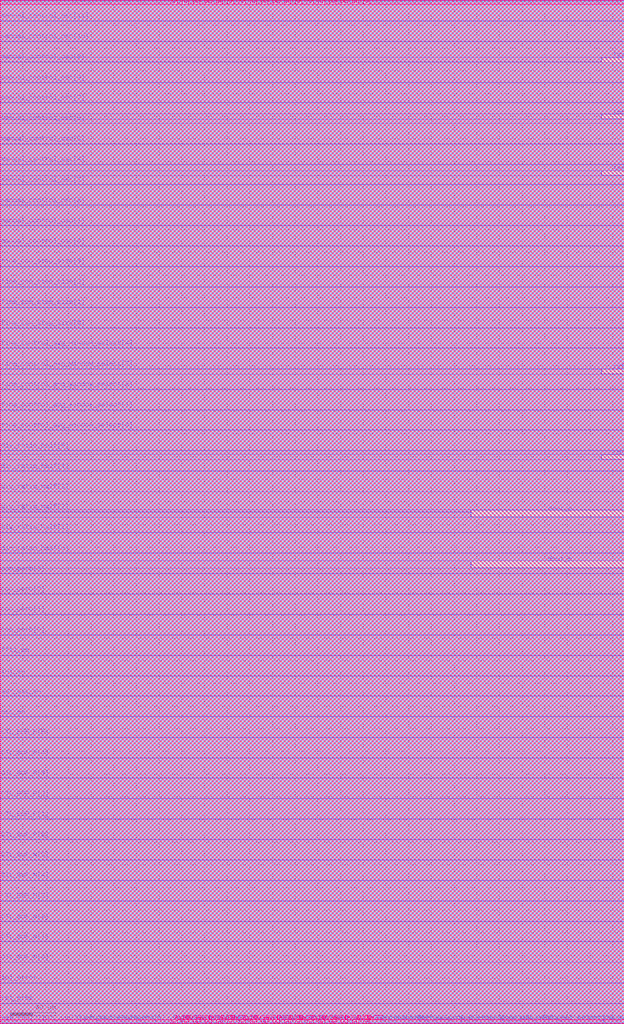
<source format=lef>
##
## LEF for PtnCells ;
## created by Innovus v19.10-p002_1 on Thu Jun 17 19:36:20 2021
##

VERSION 5.8 ;

BUSBITCHARS "[]" ;
DIVIDERCHAR "/" ;

MACRO digital_top
  CLASS BLOCK ;
  SIZE 550.080000 BY 902.430000 ;
  FOREIGN digital_top 0.000000 0.000000 ;
  ORIGIN 0 0 ;
  SYMMETRY X Y R90 ;
  PIN rst
    DIRECTION INPUT ;
    USE SIGNAL ;
    ANTENNAPARTIALMETALAREA 0.1028 LAYER met2  ;
    ANTENNAPARTIALMETALSIDEAREA 0.406 LAYER met2  ;
    ANTENNAMODEL OXIDE1 ;
    ANTENNAGATEAREA 0.462 LAYER met2  ;
    ANTENNAMAXAREACAR 21.1846 LAYER met2  ;
    ANTENNAMAXSIDEAREACAR 101.614 LAYER met2  ;
    ANTENNAMAXCUTCAR 0.111255 LAYER via2  ;
    PORT
      LAYER met2 ;
        RECT 0.000000 0.115000 0.485000 0.255000 ;
    END
  END rst
  PIN rst_prbs
    DIRECTION INPUT ;
    USE SIGNAL ;
    ANTENNAPARTIALMETALAREA 1.087 LAYER met2  ;
    ANTENNAPARTIALMETALSIDEAREA 5.327 LAYER met2  ;
    ANTENNAMODEL OXIDE1 ;
    ANTENNAGATEAREA 0.231 LAYER met2  ;
    ANTENNAMAXAREACAR 60.7229 LAYER met2  ;
    ANTENNAMAXSIDEAREACAR 300.587 LAYER met2  ;
    ANTENNAMAXCUTCAR 0.222511 LAYER via2  ;
    PORT
      LAYER met2 ;
        RECT 0.000000 17.875000 0.485000 18.015000 ;
    END
  END rst_prbs
  PIN inj_error
    DIRECTION INPUT ;
    USE SIGNAL ;
    ANTENNAPARTIALMETALAREA 0.6208 LAYER met2  ;
    ANTENNAPARTIALMETALSIDEAREA 2.996 LAYER met2  ;
    ANTENNAMODEL OXIDE1 ;
    ANTENNAGATEAREA 0.231 LAYER met2  ;
    ANTENNAMAXAREACAR 58.4139 LAYER met2  ;
    ANTENNAMAXSIDEAREACAR 289.041 LAYER met2  ;
    ANTENNAMAXCUTCAR 0.222511 LAYER via2  ;
    PORT
      LAYER met2 ;
        RECT 0.000000 36.005000 0.485000 36.145000 ;
    END
  END inj_error
  PIN ref_clk_ext_p
    DIRECTION INPUT ;
    USE SIGNAL ;
    ANTENNAPARTIALMETALAREA 0.3115 LAYER met2  ;
    ANTENNAPARTIALMETALSIDEAREA 1.3965 LAYER met2  ;
    ANTENNAPARTIALCUTAREA 0.04 LAYER via2  ;
    ANTENNAPARTIALMETALAREA 0.2509 LAYER met3  ;
    ANTENNAPARTIALMETALSIDEAREA 1.808 LAYER met3  ;
    ANTENNAPARTIALCUTAREA 0.04 LAYER via3  ;
    ANTENNAPARTIALMETALAREA 1.3924 LAYER met4  ;
    ANTENNAPARTIALMETALSIDEAREA 3.776 LAYER met4  ;
    ANTENNAPARTIALCUTAREA 0.64 LAYER via4  ;
    ANTENNAPARTIALMETALAREA 154.624 LAYER met5  ;
    ANTENNAPARTIALMETALSIDEAREA 235.776 LAYER met5  ;
    ANTENNAMODEL OXIDE1 ;
    ANTENNAGATEAREA 1.155 LAYER met5  ;
    ANTENNAMAXAREACAR 137.714 LAYER met5  ;
    ANTENNAMAXSIDEAREACAR 218.253 LAYER met5  ;
    PORT
      LAYER met2 ;
        RECT 530.080000 572.795000 550.080000 576.795000 ;
    END
  END ref_clk_ext_p
  PIN ref_clk_ext_n
    DIRECTION INPUT ;
    USE SIGNAL ;
    ANTENNAMODEL OXIDE1 ;
    ANTENNAGATEAREA 2.232 LAYER met2  ;
    ANTENNAMAXAREACAR 0.764382 LAYER met2  ;
    ANTENNAMAXSIDEAREACAR 0.951165 LAYER met2  ;
    ANTENNAMAXCUTCAR 0.0460573 LAYER via2  ;
    PORT
      LAYER met2 ;
        RECT 530.080000 497.685000 550.080000 501.685000 ;
    END
  END ref_clk_ext_n
  PIN CTL_BUF_N[5]
    DIRECTION INPUT ;
    USE SIGNAL ;
    ANTENNAPARTIALMETALAREA 2.5232 LAYER met2  ;
    ANTENNAPARTIALMETALSIDEAREA 12.39 LAYER met2  ;
    ANTENNAMODEL OXIDE1 ;
    ANTENNAGATEAREA 0.231 LAYER met2  ;
    ANTENNAMAXAREACAR 13.0736 LAYER met2  ;
    ANTENNAMAXSIDEAREACAR 61.829 LAYER met2  ;
    ANTENNAMAXCUTCAR 0.222511 LAYER via2  ;
    PORT
      LAYER met2 ;
        RECT 0.000000 144.415000 0.485000 144.555000 ;
    END
  END CTL_BUF_N[5]
  PIN CTL_BUF_N[4]
    DIRECTION INPUT ;
    USE SIGNAL ;
    ANTENNAPARTIALMETALAREA 0.2064 LAYER met2  ;
    ANTENNAPARTIALMETALSIDEAREA 0.924 LAYER met2  ;
    ANTENNAMODEL OXIDE1 ;
    ANTENNAGATEAREA 0.231 LAYER met2  ;
    ANTENNAMAXAREACAR 2.21991 LAYER met2  ;
    ANTENNAMAXSIDEAREACAR 8.07143 LAYER met2  ;
    ANTENNAMAXCUTCAR 0.222511 LAYER via2  ;
    PORT
      LAYER met2 ;
        RECT 0.000000 126.285000 0.485000 126.425000 ;
    END
  END CTL_BUF_N[4]
  PIN CTL_BUF_N[3]
    DIRECTION INPUT ;
    USE SIGNAL ;
    ANTENNAPARTIALMETALAREA 0.0979 LAYER met2  ;
    ANTENNAPARTIALMETALSIDEAREA 0.3815 LAYER met2  ;
    ANTENNAMODEL OXIDE1 ;
    ANTENNAGATEAREA 0.462 LAYER met2  ;
    ANTENNAMAXAREACAR 1.37814 LAYER met2  ;
    ANTENNAMAXSIDEAREACAR 2.72727 LAYER met2  ;
    ANTENNAMAXCUTCAR 0.111255 LAYER via2  ;
    PORT
      LAYER met2 ;
        RECT 0.000000 108.155000 0.485000 108.295000 ;
    END
  END CTL_BUF_N[3]
  PIN CTL_BUF_N[2]
    DIRECTION INPUT ;
    USE SIGNAL ;
    ANTENNAPARTIALMETALAREA 4.4848 LAYER met2  ;
    ANTENNAPARTIALMETALSIDEAREA 22.316 LAYER met2  ;
    ANTENNAMODEL OXIDE1 ;
    ANTENNAGATEAREA 0.231 LAYER met2  ;
    ANTENNAMAXAREACAR 52.4017 LAYER met2  ;
    ANTENNAMAXSIDEAREACAR 258.981 LAYER met2  ;
    ANTENNAMAXCUTCAR 0.222511 LAYER via2  ;
    PORT
      LAYER met2 ;
        RECT 0.000000 90.025000 0.485000 90.165000 ;
    END
  END CTL_BUF_N[2]
  PIN CTL_BUF_N[1]
    DIRECTION INPUT ;
    USE SIGNAL ;
    ANTENNAPARTIALMETALAREA 0.1546 LAYER met2  ;
    ANTENNAPARTIALMETALSIDEAREA 0.665 LAYER met2  ;
    ANTENNAMODEL OXIDE1 ;
    ANTENNAGATEAREA 0.462 LAYER met2  ;
    ANTENNAMAXAREACAR 1.50087 LAYER met2  ;
    ANTENNAMAXSIDEAREACAR 3.34091 LAYER met2  ;
    ANTENNAMAXCUTCAR 0.111255 LAYER via2  ;
    PORT
      LAYER met2 ;
        RECT 0.000000 72.265000 0.485000 72.405000 ;
    END
  END CTL_BUF_N[1]
  PIN CTL_BUF_N[0]
    DIRECTION INPUT ;
    USE SIGNAL ;
    ANTENNAPARTIALMETALAREA 0.1973 LAYER met2  ;
    ANTENNAPARTIALMETALSIDEAREA 0.8785 LAYER met2  ;
    ANTENNAMODEL OXIDE1 ;
    ANTENNAGATEAREA 0.462 LAYER met2  ;
    ANTENNAMAXAREACAR 1.59329 LAYER met2  ;
    ANTENNAMAXSIDEAREACAR 3.80303 LAYER met2  ;
    ANTENNAMAXCUTCAR 0.111255 LAYER via2  ;
    PORT
      LAYER met2 ;
        RECT 0.000000 54.135000 0.485000 54.275000 ;
    END
  END CTL_BUF_N[0]
  PIN CTL_BUF_P[5]
    DIRECTION INPUT ;
    USE SIGNAL ;
    ANTENNAPARTIALMETALAREA 5.2163 LAYER met2  ;
    ANTENNAPARTIALMETALSIDEAREA 25.9735 LAYER met2  ;
    ANTENNAMODEL OXIDE1 ;
    ANTENNAGATEAREA 0.231 LAYER met2  ;
    ANTENNAMAXAREACAR 41.9442 LAYER met2  ;
    ANTENNAMAXSIDEAREACAR 206.693 LAYER met2  ;
    ANTENNAMAXCUTCAR 0.222511 LAYER via2  ;
    PORT
      LAYER met2 ;
        RECT 0.000000 252.455000 0.485000 252.595000 ;
    END
  END CTL_BUF_P[5]
  PIN CTL_BUF_P[4]
    DIRECTION INPUT ;
    USE SIGNAL ;
    ANTENNAPARTIALMETALAREA 9.4966 LAYER met2  ;
    ANTENNAPARTIALMETALSIDEAREA 47.257 LAYER met2  ;
    ANTENNAMODEL OXIDE1 ;
    ANTENNAGATEAREA 0.231 LAYER met2  ;
    ANTENNAMAXAREACAR 49.419 LAYER met2  ;
    ANTENNAMAXSIDEAREACAR 243.556 LAYER met2  ;
    ANTENNAMAXCUTCAR 0.222511 LAYER via2  ;
    PORT
      LAYER met2 ;
        RECT 0.000000 234.325000 0.485000 234.465000 ;
    END
  END CTL_BUF_P[4]
  PIN CTL_BUF_P[3]
    DIRECTION INPUT ;
    USE SIGNAL ;
    ANTENNAPARTIALMETALAREA 8.1206 LAYER met2  ;
    ANTENNAPARTIALMETALSIDEAREA 40.495 LAYER met2  ;
    ANTENNAMODEL OXIDE1 ;
    ANTENNAGATEAREA 0.231 LAYER met2  ;
    ANTENNAMAXAREACAR 58.832 LAYER met2  ;
    ANTENNAMAXSIDEAREACAR 291.132 LAYER met2  ;
    ANTENNAMAXCUTCAR 0.222511 LAYER via2  ;
    PORT
      LAYER met2 ;
        RECT 0.000000 216.565000 0.485000 216.705000 ;
    END
  END CTL_BUF_P[3]
  PIN CTL_BUF_P[2]
    DIRECTION INPUT ;
    USE SIGNAL ;
    ANTENNAPARTIALMETALAREA 2.879 LAYER met2  ;
    ANTENNAPARTIALMETALSIDEAREA 14.287 LAYER met2  ;
    ANTENNAMODEL OXIDE1 ;
    ANTENNAGATEAREA 0.462 LAYER met2  ;
    ANTENNAMAXAREACAR 22.324 LAYER met2  ;
    ANTENNAMAXSIDEAREACAR 107.311 LAYER met2  ;
    ANTENNAMAXCUTCAR 0.111255 LAYER via2  ;
    PORT
      LAYER met2 ;
        RECT 0.000000 198.435000 0.485000 198.575000 ;
    END
  END CTL_BUF_P[2]
  PIN CTL_BUF_P[1]
    DIRECTION INPUT ;
    USE SIGNAL ;
    ANTENNAPARTIALMETALAREA 0.1546 LAYER met2  ;
    ANTENNAPARTIALMETALSIDEAREA 0.665 LAYER met2  ;
    ANTENNAMODEL OXIDE1 ;
    ANTENNAGATEAREA 0.231 LAYER met2  ;
    ANTENNAMAXAREACAR 33.1229 LAYER met2  ;
    ANTENNAMAXSIDEAREACAR 162.587 LAYER met2  ;
    ANTENNAMAXCUTCAR 0.222511 LAYER via2  ;
    PORT
      LAYER met2 ;
        RECT 0.000000 180.305000 0.485000 180.445000 ;
    END
  END CTL_BUF_P[1]
  PIN CTL_BUF_P[0]
    DIRECTION INPUT ;
    USE SIGNAL ;
    ANTENNAPARTIALMETALAREA 2.4016 LAYER met2  ;
    ANTENNAPARTIALMETALSIDEAREA 11.9 LAYER met2  ;
    ANTENNAMODEL OXIDE1 ;
    ANTENNAGATEAREA 0.231 LAYER met2  ;
    ANTENNAMAXAREACAR 43.1411 LAYER met2  ;
    ANTENNAMAXSIDEAREACAR 212.677 LAYER met2  ;
    ANTENNAMAXCUTCAR 0.222511 LAYER via2  ;
    PORT
      LAYER met2 ;
        RECT 0.000000 162.175000 0.485000 162.315000 ;
    END
  END CTL_BUF_P[0]
  PIN osc_en
    DIRECTION INPUT ;
    USE SIGNAL ;
    ANTENNAPARTIALMETALAREA 1.8689 LAYER met2  ;
    ANTENNAPARTIALMETALSIDEAREA 9.2365 LAYER met2  ;
    ANTENNAMODEL OXIDE1 ;
    ANTENNAGATEAREA 0.924 LAYER met2  ;
    ANTENNAMAXAREACAR 8.5158 LAYER met2  ;
    ANTENNAMAXSIDEAREACAR 38.947 LAYER met2  ;
    ANTENNAMAXCUTCAR 0.0556277 LAYER via2  ;
    PORT
      LAYER met2 ;
        RECT 0.000000 270.585000 0.485000 270.725000 ;
    END
  END osc_en
  PIN aux_osc_en
    DIRECTION INPUT ;
    USE SIGNAL ;
    ANTENNAPARTIALMETALAREA 9.0537 LAYER met2  ;
    ANTENNAPARTIALMETALSIDEAREA 45.1605 LAYER met2  ;
    ANTENNAMODEL OXIDE1 ;
    ANTENNAGATEAREA 0.462 LAYER met2  ;
    ANTENNAMAXAREACAR 36.2952 LAYER met2  ;
    ANTENNAMAXSIDEAREACAR 177.167 LAYER met2  ;
    ANTENNAMAXCUTCAR 0.111255 LAYER via2  ;
    PORT
      LAYER met2 ;
        RECT 0.000000 288.715000 0.485000 288.855000 ;
    END
  END aux_osc_en
  PIN inj_en
    DIRECTION INPUT ;
    USE SIGNAL ;
    ANTENNAPARTIALMETALAREA 0.2582 LAYER met2  ;
    ANTENNAPARTIALMETALSIDEAREA 1.183 LAYER met2  ;
    ANTENNAMODEL OXIDE1 ;
    ANTENNAGATEAREA 0.231 LAYER met2  ;
    ANTENNAMAXAREACAR 34.1532 LAYER met2  ;
    ANTENNAMAXSIDEAREACAR 167.738 LAYER met2  ;
    ANTENNAMAXCUTCAR 0.222511 LAYER via2  ;
    PORT
      LAYER met2 ;
        RECT 0.000000 306.475000 0.485000 306.615000 ;
    END
  END inj_en
  PIN fftl_en
    DIRECTION INPUT ;
    USE SIGNAL ;
    ANTENNAPARTIALMETALAREA 0.1028 LAYER met2  ;
    ANTENNAPARTIALMETALSIDEAREA 0.406 LAYER met2  ;
    ANTENNAMODEL OXIDE1 ;
    ANTENNAGATEAREA 0.231 LAYER met2  ;
    ANTENNAMAXAREACAR 32.7654 LAYER met2  ;
    ANTENNAMAXSIDEAREACAR 160.799 LAYER met2  ;
    ANTENNAMAXCUTCAR 0.222511 LAYER via2  ;
    PORT
      LAYER met2 ;
        RECT 0.000000 324.605000 0.485000 324.745000 ;
    END
  END fftl_en
  PIN con_perb[3]
    DIRECTION INPUT ;
    USE SIGNAL ;
    ANTENNAPARTIALMETALAREA 1.2942 LAYER met2  ;
    ANTENNAPARTIALMETALSIDEAREA 6.363 LAYER met2  ;
    ANTENNAMODEL OXIDE1 ;
    ANTENNAGATEAREA 0.462 LAYER met2  ;
    ANTENNAMAXAREACAR 19.6452 LAYER met2  ;
    ANTENNAMAXSIDEAREACAR 93.9167 LAYER met2  ;
    ANTENNAMAXCUTCAR 0.111255 LAYER via2  ;
    PORT
      LAYER met2 ;
        RECT 0.000000 396.755000 0.485000 396.895000 ;
    END
  END con_perb[3]
  PIN con_perb[2]
    DIRECTION INPUT ;
    USE SIGNAL ;
    ANTENNAPARTIALMETALAREA 0.1546 LAYER met2  ;
    ANTENNAPARTIALMETALSIDEAREA 0.665 LAYER met2  ;
    ANTENNAMODEL OXIDE1 ;
    ANTENNAGATEAREA 0.462 LAYER met2  ;
    ANTENNAMAXAREACAR 17.0331 LAYER met2  ;
    ANTENNAMAXSIDEAREACAR 80.8561 LAYER met2  ;
    ANTENNAMAXCUTCAR 0.111255 LAYER via2  ;
    PORT
      LAYER met2 ;
        RECT 0.000000 378.625000 0.485000 378.765000 ;
    END
  END con_perb[2]
  PIN con_perb[1]
    DIRECTION INPUT ;
    USE SIGNAL ;
    ANTENNAPARTIALMETALAREA 0.1028 LAYER met2  ;
    ANTENNAPARTIALMETALSIDEAREA 0.406 LAYER met2  ;
    ANTENNAMODEL OXIDE1 ;
    ANTENNAGATEAREA 0.231 LAYER met2  ;
    ANTENNAMAXAREACAR 32.5411 LAYER met2  ;
    ANTENNAMAXSIDEAREACAR 159.677 LAYER met2  ;
    ANTENNAMAXCUTCAR 0.222511 LAYER via2  ;
    PORT
      LAYER met2 ;
        RECT 0.000000 360.865000 0.485000 361.005000 ;
    END
  END con_perb[1]
  PIN con_perb[0]
    DIRECTION INPUT ;
    USE SIGNAL ;
    ANTENNAPARTIALMETALAREA 0.2582 LAYER met2  ;
    ANTENNAPARTIALMETALSIDEAREA 1.183 LAYER met2  ;
    ANTENNAMODEL OXIDE1 ;
    ANTENNAGATEAREA 0.231 LAYER met2  ;
    ANTENNAMAXAREACAR 33.1654 LAYER met2  ;
    ANTENNAMAXSIDEAREACAR 162.799 LAYER met2  ;
    ANTENNAMAXCUTCAR 0.222511 LAYER via2  ;
    PORT
      LAYER met2 ;
        RECT 0.000000 342.735000 0.485000 342.875000 ;
    END
  END con_perb[0]
  PIN div_ratio_half[5]
    DIRECTION INPUT ;
    USE SIGNAL ;
    ANTENNAPARTIALMETALAREA 5.0336 LAYER met2  ;
    ANTENNAPARTIALMETALSIDEAREA 25.06 LAYER met2  ;
    ANTENNAMODEL OXIDE1 ;
    ANTENNAGATEAREA 0.231 LAYER met2  ;
    ANTENNAMAXAREACAR 53.3714 LAYER met2  ;
    ANTENNAMAXSIDEAREACAR 263.829 LAYER met2  ;
    ANTENNAMAXCUTCAR 0.222511 LAYER via2  ;
    PORT
      LAYER met2 ;
        RECT 0.000000 505.165000 0.485000 505.305000 ;
    END
  END div_ratio_half[5]
  PIN div_ratio_half[4]
    DIRECTION INPUT ;
    USE SIGNAL ;
    ANTENNAPARTIALMETALAREA 4.1075 LAYER met2  ;
    ANTENNAPARTIALMETALSIDEAREA 20.4295 LAYER met2  ;
    ANTENNAMODEL OXIDE1 ;
    ANTENNAGATEAREA 0.231 LAYER met2  ;
    ANTENNAMAXAREACAR 50.526 LAYER met2  ;
    ANTENNAMAXSIDEAREACAR 249.602 LAYER met2  ;
    ANTENNAMAXCUTCAR 0.222511 LAYER via2  ;
    PORT
      LAYER met2 ;
        RECT 0.000000 487.035000 0.485000 487.175000 ;
    END
  END div_ratio_half[4]
  PIN div_ratio_half[3]
    DIRECTION INPUT ;
    USE SIGNAL ;
    ANTENNAPARTIALMETALAREA 2.1944 LAYER met2  ;
    ANTENNAPARTIALMETALSIDEAREA 10.864 LAYER met2  ;
    ANTENNAMODEL OXIDE1 ;
    ANTENNAGATEAREA 0.231 LAYER met2  ;
    ANTENNAMAXAREACAR 43.1169 LAYER met2  ;
    ANTENNAMAXSIDEAREACAR 212.556 LAYER met2  ;
    ANTENNAMAXCUTCAR 0.222511 LAYER via2  ;
    PORT
      LAYER met2 ;
        RECT 0.000000 468.905000 0.485000 469.045000 ;
    END
  END div_ratio_half[3]
  PIN div_ratio_half[2]
    DIRECTION INPUT ;
    USE SIGNAL ;
    ANTENNAPARTIALMETALAREA 0.569 LAYER met2  ;
    ANTENNAPARTIALMETALSIDEAREA 2.737 LAYER met2  ;
    ANTENNAMODEL OXIDE1 ;
    ANTENNAGATEAREA 0.231 LAYER met2  ;
    ANTENNAMAXAREACAR 36.0805 LAYER met2  ;
    ANTENNAMAXSIDEAREACAR 177.374 LAYER met2  ;
    ANTENNAMAXCUTCAR 0.222511 LAYER via2  ;
    PORT
      LAYER met2 ;
        RECT 0.000000 451.145000 0.485000 451.285000 ;
    END
  END div_ratio_half[2]
  PIN div_ratio_half[1]
    DIRECTION INPUT ;
    USE SIGNAL ;
    ANTENNAPARTIALMETALAREA 1.1388 LAYER met2  ;
    ANTENNAPARTIALMETALSIDEAREA 5.586 LAYER met2  ;
    ANTENNAMODEL OXIDE1 ;
    ANTENNAGATEAREA 0.231 LAYER met2  ;
    ANTENNAMAXAREACAR 39.129 LAYER met2  ;
    ANTENNAMAXSIDEAREACAR 192.617 LAYER met2  ;
    ANTENNAMAXCUTCAR 0.222511 LAYER via2  ;
    PORT
      LAYER met2 ;
        RECT 0.000000 433.015000 0.485000 433.155000 ;
    END
  END div_ratio_half[1]
  PIN div_ratio_half[0]
    DIRECTION INPUT ;
    USE SIGNAL ;
    ANTENNAPARTIALMETALAREA 2.4534 LAYER met2  ;
    ANTENNAPARTIALMETALSIDEAREA 12.159 LAYER met2  ;
    ANTENNAMODEL OXIDE1 ;
    ANTENNAGATEAREA 0.231 LAYER met2  ;
    ANTENNAMAXAREACAR 42.7836 LAYER met2  ;
    ANTENNAMAXSIDEAREACAR 210.89 LAYER met2  ;
    ANTENNAMAXCUTCAR 0.222511 LAYER via2  ;
    PORT
      LAYER met2 ;
        RECT 0.000000 414.885000 0.485000 415.025000 ;
    END
  END div_ratio_half[0]
  PIN fine_control_avg_window_select[4]
    DIRECTION INPUT ;
    USE SIGNAL ;
    ANTENNAPARTIALMETALAREA 7.618 LAYER met2  ;
    ANTENNAPARTIALMETALSIDEAREA 37.982 LAYER met2  ;
    ANTENNAMODEL OXIDE1 ;
    ANTENNAGATEAREA 0.231 LAYER met2  ;
    ANTENNAMAXAREACAR 64.5593 LAYER met2  ;
    ANTENNAMAXSIDEAREACAR 319.768 LAYER met2  ;
    ANTENNAMAXCUTCAR 0.222511 LAYER via2  ;
    PORT
      LAYER met2 ;
        RECT 0.000000 595.445000 0.485000 595.585000 ;
    END
  END fine_control_avg_window_select[4]
  PIN fine_control_avg_window_select[3]
    DIRECTION INPUT ;
    USE SIGNAL ;
    ANTENNAPARTIALMETALAREA 8.7166 LAYER met2  ;
    ANTENNAPARTIALMETALSIDEAREA 43.239 LAYER met2  ;
    ANTENNAMODEL OXIDE1 ;
    ANTENNAGATEAREA 0.231 LAYER met2  ;
    ANTENNAMAXAREACAR 92.5879 LAYER met2  ;
    ANTENNAMAXSIDEAREACAR 458.89 LAYER met2  ;
    ANTENNAMAXCUTCAR 0.222511 LAYER via2  ;
    PORT
      LAYER met2 ;
        RECT 0.000000 577.315000 0.485000 577.455000 ;
    END
  END fine_control_avg_window_select[3]
  PIN fine_control_avg_window_select[2]
    DIRECTION INPUT ;
    USE SIGNAL ;
    ANTENNAPARTIALMETALAREA 3.0197 LAYER met2  ;
    ANTENNAPARTIALMETALSIDEAREA 14.9905 LAYER met2  ;
    ANTENNAMODEL OXIDE1 ;
    ANTENNAGATEAREA 0.231 LAYER met2  ;
    ANTENNAMAXAREACAR 48.4351 LAYER met2  ;
    ANTENNAMAXSIDEAREACAR 239.147 LAYER met2  ;
    ANTENNAMAXCUTCAR 0.222511 LAYER via2  ;
    PORT
      LAYER met2 ;
        RECT 0.000000 559.185000 0.485000 559.325000 ;
    END
  END fine_control_avg_window_select[2]
  PIN fine_control_avg_window_select[1]
    DIRECTION INPUT ;
    USE SIGNAL ;
    ANTENNAPARTIALMETALAREA 1.2277 LAYER met2  ;
    ANTENNAPARTIALMETALSIDEAREA 6.0305 LAYER met2  ;
    ANTENNAMODEL OXIDE1 ;
    ANTENNAGATEAREA 1.116 LAYER met2  ;
    ANTENNAMAXAREACAR 8.34476 LAYER met2  ;
    ANTENNAMAXSIDEAREACAR 38.7079 LAYER met2  ;
    ANTENNAMAXCUTCAR 0.0460573 LAYER via2  ;
    PORT
      LAYER met2 ;
        RECT 0.000000 541.055000 0.485000 541.195000 ;
    END
  END fine_control_avg_window_select[1]
  PIN fine_control_avg_window_select[0]
    DIRECTION INPUT ;
    USE SIGNAL ;
    ANTENNAPARTIALMETALAREA 1.0667 LAYER met2  ;
    ANTENNAPARTIALMETALSIDEAREA 5.2255 LAYER met2  ;
    ANTENNAMODEL OXIDE1 ;
    ANTENNAGATEAREA 0.231 LAYER met2  ;
    ANTENNAMAXAREACAR 31.5442 LAYER met2  ;
    ANTENNAMAXSIDEAREACAR 154.693 LAYER met2  ;
    ANTENNAMAXCUTCAR 0.222511 LAYER via2  ;
    PORT
      LAYER met2 ;
        RECT 0.000000 523.295000 0.485000 523.435000 ;
    END
  END fine_control_avg_window_select[0]
  PIN fine_con_step_size[3]
    DIRECTION INPUT ;
    USE SIGNAL ;
    ANTENNAPARTIALMETALAREA 9.625 LAYER met2  ;
    ANTENNAPARTIALMETALSIDEAREA 47.663 LAYER met2  ;
    ANTENNAMODEL OXIDE1 ;
    ANTENNAGATEAREA 0.231 LAYER met2  ;
    ANTENNAMAXAREACAR 87.5022 LAYER met2  ;
    ANTENNAMAXSIDEAREACAR 432.95 LAYER met2  ;
    ANTENNAMAXCUTCAR 0.222511 LAYER via2  ;
    PORT
      LAYER met2 ;
        RECT 0.000000 667.595000 0.485000 667.735000 ;
    END
  END fine_con_step_size[3]
  PIN fine_con_step_size[2]
    DIRECTION INPUT ;
    USE SIGNAL ;
    ANTENNAPARTIALMETALAREA 7.6698 LAYER met2  ;
    ANTENNAPARTIALMETALSIDEAREA 38.241 LAYER met2  ;
    ANTENNAMODEL OXIDE1 ;
    ANTENNAGATEAREA 0.231 LAYER met2  ;
    ANTENNAMAXAREACAR 74.9169 LAYER met2  ;
    ANTENNAMAXSIDEAREACAR 371.556 LAYER met2  ;
    ANTENNAMAXCUTCAR 0.222511 LAYER via2  ;
    PORT
      LAYER met2 ;
        RECT 0.000000 649.465000 0.485000 649.605000 ;
    END
  END fine_con_step_size[2]
  PIN fine_con_step_size[1]
    DIRECTION INPUT ;
    USE SIGNAL ;
    ANTENNAPARTIALMETALAREA 5.4788 LAYER met2  ;
    ANTENNAPARTIALMETALSIDEAREA 27.286 LAYER met2  ;
    ANTENNAMODEL OXIDE1 ;
    ANTENNAGATEAREA 0.231 LAYER met2  ;
    ANTENNAMAXAREACAR 60.5957 LAYER met2  ;
    ANTENNAMAXSIDEAREACAR 299.95 LAYER met2  ;
    ANTENNAMAXCUTCAR 0.222511 LAYER via2  ;
    PORT
      LAYER met2 ;
        RECT 0.000000 631.335000 0.485000 631.475000 ;
    END
  END fine_con_step_size[1]
  PIN fine_con_step_size[0]
    DIRECTION INPUT ;
    USE SIGNAL ;
    ANTENNAPARTIALMETALAREA 2.9376 LAYER met2  ;
    ANTENNAPARTIALMETALSIDEAREA 14.462 LAYER met2  ;
    ANTENNAMODEL OXIDE1 ;
    ANTENNAGATEAREA 0.231 LAYER met2  ;
    ANTENNAMAXAREACAR 71.4009 LAYER met2  ;
    ANTENNAMAXSIDEAREACAR 353.465 LAYER met2  ;
    ANTENNAMAXCUTCAR 0.222511 LAYER via2  ;
    PORT
      LAYER met2 ;
        RECT 0.000000 613.205000 0.485000 613.345000 ;
    END
  END fine_con_step_size[0]
  PIN manual_control_osc[12]
    DIRECTION INPUT ;
    USE SIGNAL ;
    ANTENNAPARTIALMETALAREA 5.2408 LAYER met2  ;
    ANTENNAPARTIALMETALSIDEAREA 26.096 LAYER met2  ;
    ANTENNAMODEL OXIDE1 ;
    ANTENNAGATEAREA 0.231 LAYER met2  ;
    ANTENNAMAXAREACAR 49.032 LAYER met2  ;
    ANTENNAMAXSIDEAREACAR 242.132 LAYER met2  ;
    ANTENNAMAXCUTCAR 0.222511 LAYER via2  ;
    PORT
      LAYER met2 ;
        RECT 0.000000 902.175000 0.485000 902.315000 ;
    END
  END manual_control_osc[12]
  PIN manual_control_osc[11]
    DIRECTION INPUT ;
    USE SIGNAL ;
    ANTENNAPARTIALMETALAREA 12.8869 LAYER met2  ;
    ANTENNAPARTIALMETALSIDEAREA 64.3265 LAYER met2  ;
    ANTENNAMODEL OXIDE1 ;
    ANTENNAGATEAREA 0.246 LAYER met2  ;
    ANTENNAMAXAREACAR 53.8813 LAYER met2  ;
    ANTENNAMAXSIDEAREACAR 265.435 LAYER met2  ;
    ANTENNAMAXCUTCAR 0.208943 LAYER via2  ;
    PORT
      LAYER met2 ;
        RECT 0.000000 884.045000 0.485000 884.185000 ;
    END
  END manual_control_osc[11]
  PIN manual_control_osc[10]
    DIRECTION INPUT ;
    USE SIGNAL ;
    ANTENNAPARTIALMETALAREA 2.123 LAYER met2  ;
    ANTENNAPARTIALMETALSIDEAREA 10.507 LAYER met2  ;
    ANTENNAMODEL OXIDE1 ;
    ANTENNAGATEAREA 0.231 LAYER met2  ;
    ANTENNAMAXAREACAR 29.7169 LAYER met2  ;
    ANTENNAMAXSIDEAREACAR 145.556 LAYER met2  ;
    ANTENNAMAXCUTCAR 0.222511 LAYER via2  ;
    PORT
      LAYER met2 ;
        RECT 0.000000 865.915000 0.485000 866.055000 ;
    END
  END manual_control_osc[10]
  PIN manual_control_osc[9]
    DIRECTION INPUT ;
    USE SIGNAL ;
    ANTENNAPARTIALMETALAREA 0.1028 LAYER met2  ;
    ANTENNAPARTIALMETALSIDEAREA 0.406 LAYER met2  ;
    ANTENNAMODEL OXIDE1 ;
    ANTENNAGATEAREA 0.231 LAYER met2  ;
    ANTENNAMAXAREACAR 48.832 LAYER met2  ;
    ANTENNAMAXSIDEAREACAR 241.132 LAYER met2  ;
    ANTENNAMAXCUTCAR 0.222511 LAYER via2  ;
    PORT
      LAYER met2 ;
        RECT 0.000000 847.785000 0.485000 847.925000 ;
    END
  END manual_control_osc[9]
  PIN manual_control_osc[8]
    DIRECTION INPUT ;
    USE SIGNAL ;
    ANTENNAPARTIALMETALAREA 2.8144 LAYER met2  ;
    ANTENNAPARTIALMETALSIDEAREA 13.846 LAYER met2  ;
    ANTENNAMODEL OXIDE1 ;
    ANTENNAGATEAREA 0.246 LAYER met2  ;
    ANTENNAMAXAREACAR 18.3996 LAYER met2  ;
    ANTENNAMAXSIDEAREACAR 87.5467 LAYER met2  ;
    ANTENNAMAXCUTCAR 0.208943 LAYER via2  ;
    PORT
      LAYER met2 ;
        RECT 0.000000 829.655000 0.485000 829.795000 ;
    END
  END manual_control_osc[8]
  PIN manual_control_osc[7]
    DIRECTION INPUT ;
    USE SIGNAL ;
    ANTENNAPARTIALMETALAREA 4.9578 LAYER met2  ;
    ANTENNAPARTIALMETALSIDEAREA 24.563 LAYER met2  ;
    ANTENNAMODEL OXIDE1 ;
    ANTENNAGATEAREA 0.231 LAYER met2  ;
    ANTENNAMAXAREACAR 54.2069 LAYER met2  ;
    ANTENNAMAXSIDEAREACAR 267.496 LAYER met2  ;
    ANTENNAMAXCUTCAR 0.222511 LAYER via2  ;
    PORT
      LAYER met2 ;
        RECT 0.000000 811.895000 0.485000 812.035000 ;
    END
  END manual_control_osc[7]
  PIN manual_control_osc[6]
    DIRECTION INPUT ;
    USE SIGNAL ;
    ANTENNAPARTIALMETALAREA 5.049 LAYER met2  ;
    ANTENNAPARTIALMETALSIDEAREA 25.137 LAYER met2  ;
    ANTENNAMODEL OXIDE1 ;
    ANTENNAGATEAREA 0.231 LAYER met2  ;
    ANTENNAMAXAREACAR 61.5835 LAYER met2  ;
    ANTENNAMAXSIDEAREACAR 304.89 LAYER met2  ;
    ANTENNAMAXCUTCAR 0.222511 LAYER via2  ;
    PORT
      LAYER met2 ;
        RECT 0.000000 793.765000 0.485000 793.905000 ;
    END
  END manual_control_osc[6]
  PIN manual_control_osc[5]
    DIRECTION INPUT ;
    USE SIGNAL ;
    ANTENNAPARTIALMETALAREA 7.0139 LAYER met2  ;
    ANTENNAPARTIALMETALSIDEAREA 34.9615 LAYER met2  ;
    ANTENNAMODEL OXIDE1 ;
    ANTENNAGATEAREA 0.231 LAYER met2  ;
    ANTENNAMAXAREACAR 72.7078 LAYER met2  ;
    ANTENNAMAXSIDEAREACAR 360.511 LAYER met2  ;
    ANTENNAMAXCUTCAR 0.222511 LAYER via2  ;
    PORT
      LAYER met2 ;
        RECT 0.000000 775.635000 0.485000 775.775000 ;
    END
  END manual_control_osc[5]
  PIN manual_control_osc[4]
    DIRECTION INPUT ;
    USE SIGNAL ;
    ANTENNAPARTIALMETALAREA 2.4269 LAYER met2  ;
    ANTENNAPARTIALMETALSIDEAREA 11.9735 LAYER met2  ;
    ANTENNAPARTIALCUTAREA 0.04 LAYER via2  ;
    ANTENNAPARTIALMETALAREA 0.6678 LAYER met3  ;
    ANTENNAPARTIALMETALSIDEAREA 4.032 LAYER met3  ;
    ANTENNAMODEL OXIDE1 ;
    ANTENNAGATEAREA 0.231 LAYER met3  ;
    ANTENNAMAXAREACAR 45.0714 LAYER met3  ;
    ANTENNAMAXSIDEAREACAR 225.056 LAYER met3  ;
    ANTENNAMAXCUTCAR 0.395671 LAYER via3  ;
    PORT
      LAYER met2 ;
        RECT 0.000000 757.505000 0.485000 757.645000 ;
    END
  END manual_control_osc[4]
  PIN manual_control_osc[3]
    DIRECTION INPUT ;
    USE SIGNAL ;
    ANTENNAPARTIALMETALAREA 0.0468 LAYER met2  ;
    ANTENNAPARTIALMETALSIDEAREA 0.126 LAYER met2  ;
    ANTENNAMODEL OXIDE1 ;
    ANTENNAGATEAREA 0.246 LAYER met2  ;
    ANTENNAMAXAREACAR 49.5931 LAYER met2  ;
    ANTENNAMAXSIDEAREACAR 243.994 LAYER met2  ;
    ANTENNAMAXCUTCAR 0.208943 LAYER via2  ;
    PORT
      LAYER met2 ;
        RECT 0.000000 739.745000 0.485000 739.885000 ;
    END
  END manual_control_osc[3]
  PIN manual_control_osc[2]
    DIRECTION INPUT ;
    USE SIGNAL ;
    ANTENNAPARTIALMETALAREA 0.1973 LAYER met2  ;
    ANTENNAPARTIALMETALSIDEAREA 0.8785 LAYER met2  ;
    ANTENNAMODEL OXIDE1 ;
    ANTENNAGATEAREA 0.231 LAYER met2  ;
    ANTENNAMAXAREACAR 52.1502 LAYER met2  ;
    ANTENNAMAXSIDEAREACAR 257.723 LAYER met2  ;
    ANTENNAMAXCUTCAR 0.222511 LAYER via2  ;
    PORT
      LAYER met2 ;
        RECT 0.000000 721.615000 0.485000 721.755000 ;
    END
  END manual_control_osc[2]
  PIN manual_control_osc[1]
    DIRECTION INPUT ;
    USE SIGNAL ;
    ANTENNAPARTIALMETALAREA 8.0226 LAYER met2  ;
    ANTENNAPARTIALMETALSIDEAREA 40.005 LAYER met2  ;
    ANTENNAMODEL OXIDE1 ;
    ANTENNAGATEAREA 0.246 LAYER met2  ;
    ANTENNAMAXAREACAR 34.6085 LAYER met2  ;
    ANTENNAMAXSIDEAREACAR 169.071 LAYER met2  ;
    ANTENNAMAXCUTCAR 0.208943 LAYER via2  ;
    PORT
      LAYER met2 ;
        RECT 0.000000 703.485000 0.485000 703.625000 ;
    END
  END manual_control_osc[1]
  PIN manual_control_osc[0]
    DIRECTION INPUT ;
    USE SIGNAL ;
    ANTENNAPARTIALMETALAREA 6.6462 LAYER met2  ;
    ANTENNAPARTIALMETALSIDEAREA 33.005 LAYER met2  ;
    ANTENNAMODEL OXIDE1 ;
    ANTENNAGATEAREA 0.231 LAYER met2  ;
    ANTENNAMAXAREACAR 83.916 LAYER met2  ;
    ANTENNAMAXSIDEAREACAR 416.041 LAYER met2  ;
    ANTENNAMAXCUTCAR 0.222511 LAYER via2  ;
    PORT
      LAYER met2 ;
        RECT 0.000000 685.355000 0.485000 685.495000 ;
    END
  END manual_control_osc[0]
  PIN pi1_con[3]
    DIRECTION INPUT ;
    USE SIGNAL ;
    ANTENNAPARTIALMETALAREA 7.1672 LAYER met2  ;
    ANTENNAPARTIALMETALSIDEAREA 35.728 LAYER met2  ;
    ANTENNAMODEL OXIDE1 ;
    ANTENNAGATEAREA 0.231 LAYER met2  ;
    ANTENNAMAXAREACAR 35.2623 LAYER met2  ;
    ANTENNAMAXSIDEAREACAR 173.284 LAYER met2  ;
    ANTENNAMAXCUTCAR 0.222511 LAYER via2  ;
    PORT
      LAYER met2 ;
        RECT 149.930000 901.945000 150.070000 902.430000 ;
    END
  END pi1_con[3]
  PIN pi1_con[2]
    DIRECTION INPUT ;
    USE SIGNAL ;
    ANTENNAPARTIALMETALAREA 12.7616 LAYER met2  ;
    ANTENNAPARTIALMETALSIDEAREA 63.7 LAYER met2  ;
    ANTENNAMODEL OXIDE1 ;
    ANTENNAGATEAREA 0.231 LAYER met2  ;
    ANTENNAMAXAREACAR 60.9351 LAYER met2  ;
    ANTENNAMAXSIDEAREACAR 301.647 LAYER met2  ;
    ANTENNAMAXCUTCAR 0.222511 LAYER via2  ;
    PORT
      LAYER met2 ;
        RECT 100.010000 901.945000 100.150000 902.430000 ;
    END
  END pi1_con[2]
  PIN pi1_con[1]
    DIRECTION INPUT ;
    USE SIGNAL ;
    ANTENNAPARTIALMETALAREA 10.6056 LAYER met2  ;
    ANTENNAPARTIALMETALSIDEAREA 52.92 LAYER met2  ;
    ANTENNAMODEL OXIDE1 ;
    ANTENNAGATEAREA 0.231 LAYER met2  ;
    ANTENNAMAXAREACAR 64.6926 LAYER met2  ;
    ANTENNAMAXSIDEAREACAR 320.435 LAYER met2  ;
    ANTENNAMAXCUTCAR 0.222511 LAYER via2  ;
    PORT
      LAYER met2 ;
        RECT 50.090000 901.945000 50.230000 902.430000 ;
    END
  END pi1_con[1]
  PIN pi1_con[0]
    DIRECTION INPUT ;
    USE SIGNAL ;
    ANTENNAPARTIALMETALAREA 0.2778 LAYER met2  ;
    ANTENNAPARTIALMETALSIDEAREA 1.281 LAYER met2  ;
    ANTENNAMODEL OXIDE1 ;
    ANTENNAGATEAREA 0.231 LAYER met2  ;
    ANTENNAMAXAREACAR 48.7836 LAYER met2  ;
    ANTENNAMAXSIDEAREACAR 240.89 LAYER met2  ;
    ANTENNAMAXCUTCAR 0.222511 LAYER via2  ;
    PORT
      LAYER met2 ;
        RECT 0.650000 901.945000 0.790000 902.430000 ;
    END
  END pi1_con[0]
  PIN pi2_con[3]
    DIRECTION INPUT ;
    USE SIGNAL ;
    ANTENNAPARTIALMETALAREA 7.219 LAYER met2  ;
    ANTENNAPARTIALMETALSIDEAREA 35.987 LAYER met2  ;
    ANTENNAMODEL OXIDE1 ;
    ANTENNAGATEAREA 0.462 LAYER met2  ;
    ANTENNAMAXAREACAR 18.2937 LAYER met2  ;
    ANTENNAMAXSIDEAREACAR 87.1591 LAYER met2  ;
    ANTENNAMAXCUTCAR 0.111255 LAYER via2  ;
    PORT
      LAYER met2 ;
        RECT 349.610000 901.945000 349.750000 902.430000 ;
    END
  END pi2_con[3]
  PIN pi2_con[2]
    DIRECTION INPUT ;
    USE SIGNAL ;
    ANTENNAPARTIALMETALAREA 7.0636 LAYER met2  ;
    ANTENNAPARTIALMETALSIDEAREA 35.21 LAYER met2  ;
    ANTENNAMODEL OXIDE1 ;
    ANTENNAGATEAREA 0.462 LAYER met2  ;
    ANTENNAMAXAREACAR 17.6498 LAYER met2  ;
    ANTENNAMAXSIDEAREACAR 82.0227 LAYER met2  ;
    ANTENNAMAXCUTCAR 0.111255 LAYER via2  ;
    PORT
      LAYER met2 ;
        RECT 299.690000 901.945000 299.830000 902.430000 ;
    END
  END pi2_con[2]
  PIN pi2_con[1]
    DIRECTION INPUT ;
    USE SIGNAL ;
    ANTENNAPARTIALMETALAREA 7.0636 LAYER met2  ;
    ANTENNAPARTIALMETALSIDEAREA 35.21 LAYER met2  ;
    ANTENNAMODEL OXIDE1 ;
    ANTENNAGATEAREA 0.924 LAYER met2  ;
    ANTENNAMAXAREACAR 11.0476 LAYER met2  ;
    ANTENNAMAXSIDEAREACAR 50.6477 LAYER met2  ;
    ANTENNAMAXCUTCAR 0.0556277 LAYER via2  ;
    PORT
      LAYER met2 ;
        RECT 249.770000 901.945000 249.910000 902.430000 ;
    END
  END pi2_con[1]
  PIN pi2_con[0]
    DIRECTION INPUT ;
    USE SIGNAL ;
    ANTENNAPARTIALMETALAREA 7.6334 LAYER met2  ;
    ANTENNAPARTIALMETALSIDEAREA 38.059 LAYER met2  ;
    ANTENNAMODEL OXIDE1 ;
    ANTENNAGATEAREA 0.231 LAYER met2  ;
    ANTENNAMAXAREACAR 51.4199 LAYER met2  ;
    ANTENNAMAXSIDEAREACAR 254.071 LAYER met2  ;
    ANTENNAMAXCUTCAR 0.222511 LAYER via2  ;
    PORT
      LAYER met2 ;
        RECT 199.850000 901.945000 199.990000 902.430000 ;
    END
  END pi2_con[0]
  PIN pi3_con[3]
    DIRECTION INPUT ;
    USE SIGNAL ;
    ANTENNAPARTIALMETALAREA 0.2778 LAYER met2  ;
    ANTENNAPARTIALMETALSIDEAREA 1.281 LAYER met2  ;
    ANTENNAMODEL OXIDE1 ;
    ANTENNAGATEAREA 0.231 LAYER met2  ;
    ANTENNAMAXAREACAR 31.329 LAYER met2  ;
    ANTENNAMAXSIDEAREACAR 153.617 LAYER met2  ;
    ANTENNAMAXCUTCAR 0.222511 LAYER via2  ;
    PORT
      LAYER met2 ;
        RECT 549.770000 901.945000 549.910000 902.430000 ;
    END
  END pi3_con[3]
  PIN pi3_con[2]
    DIRECTION INPUT ;
    USE SIGNAL ;
    ANTENNAPARTIALMETALAREA 4.37 LAYER met2  ;
    ANTENNAPARTIALMETALSIDEAREA 21.742 LAYER met2  ;
    ANTENNAMODEL OXIDE1 ;
    ANTENNAGATEAREA 0.231 LAYER met2  ;
    ANTENNAMAXAREACAR 21.9896 LAYER met2  ;
    ANTENNAMAXSIDEAREACAR 106.92 LAYER met2  ;
    ANTENNAMAXCUTCAR 0.222511 LAYER via2  ;
    PORT
      LAYER met2 ;
        RECT 499.370000 901.945000 499.510000 902.430000 ;
    END
  END pi3_con[2]
  PIN pi3_con[1]
    DIRECTION INPUT ;
    USE SIGNAL ;
    ANTENNAPARTIALMETALAREA 0.1224 LAYER met2  ;
    ANTENNAPARTIALMETALSIDEAREA 0.504 LAYER met2  ;
    ANTENNAMODEL OXIDE1 ;
    ANTENNAGATEAREA 0.231 LAYER met2  ;
    ANTENNAMAXAREACAR 27.1411 LAYER met2  ;
    ANTENNAMAXSIDEAREACAR 132.677 LAYER met2  ;
    ANTENNAMAXCUTCAR 0.222511 LAYER via2  ;
    PORT
      LAYER met2 ;
        RECT 449.450000 901.945000 449.590000 902.430000 ;
    END
  END pi3_con[1]
  PIN pi3_con[0]
    DIRECTION INPUT ;
    USE SIGNAL ;
    ANTENNAPARTIALMETALAREA 7.219 LAYER met2  ;
    ANTENNAPARTIALMETALSIDEAREA 35.987 LAYER met2  ;
    ANTENNAMODEL OXIDE1 ;
    ANTENNAGATEAREA 0.924 LAYER met2  ;
    ANTENNAMAXAREACAR 12.5605 LAYER met2  ;
    ANTENNAMAXSIDEAREACAR 59.1705 LAYER met2  ;
    ANTENNAMAXCUTCAR 0.0556277 LAYER via2  ;
    PORT
      LAYER met2 ;
        RECT 399.530000 901.945000 399.670000 902.430000 ;
    END
  END pi3_con[0]
  PIN pi4_con[3]
    DIRECTION INPUT ;
    USE SIGNAL ;
    ANTENNAPARTIALMETALAREA 4.8362 LAYER met2  ;
    ANTENNAPARTIALMETALSIDEAREA 24.073 LAYER met2  ;
    ANTENNAMODEL OXIDE1 ;
    ANTENNAGATEAREA 0.924 LAYER met2  ;
    ANTENNAMAXAREACAR 10.4787 LAYER met2  ;
    ANTENNAMAXSIDEAREACAR 48.7614 LAYER met2  ;
    ANTENNAMAXCUTCAR 0.0556277 LAYER via2  ;
    PORT
      LAYER met2 ;
        RECT 147.050000 0.000000 147.190000 0.485000 ;
    END
  END pi4_con[3]
  PIN pi4_con[2]
    DIRECTION INPUT ;
    USE SIGNAL ;
    ANTENNAPARTIALMETALAREA 4.0382 LAYER met2  ;
    ANTENNAPARTIALMETALSIDEAREA 20.083 LAYER met2  ;
    ANTENNAMODEL OXIDE1 ;
    ANTENNAGATEAREA 0.924 LAYER met2  ;
    ANTENNAMAXAREACAR 9.74026 LAYER met2  ;
    ANTENNAMAXSIDEAREACAR 44.6315 LAYER met2  ;
    ANTENNAMAXCUTCAR 0.0556277 LAYER via2  ;
    PORT
      LAYER met2 ;
        RECT 183.530000 0.000000 183.670000 0.485000 ;
    END
  END pi4_con[2]
  PIN pi4_con[1]
    DIRECTION INPUT ;
    USE SIGNAL ;
    ANTENNAPARTIALMETALAREA 4.2664 LAYER met2  ;
    ANTENNAPARTIALMETALSIDEAREA 21.224 LAYER met2  ;
    ANTENNAMODEL OXIDE1 ;
    ANTENNAGATEAREA 0.924 LAYER met2  ;
    ANTENNAMAXAREACAR 7.11266 LAYER met2  ;
    ANTENNAMAXSIDEAREACAR 30.8339 LAYER met2  ;
    ANTENNAMAXCUTCAR 0.0556277 LAYER via2  ;
    PORT
      LAYER met2 ;
        RECT 220.010000 0.000000 220.150000 0.485000 ;
    END
  END pi4_con[1]
  PIN pi4_con[0]
    DIRECTION INPUT ;
    USE SIGNAL ;
    ANTENNAPARTIALMETALAREA 5.224 LAYER met2  ;
    ANTENNAPARTIALMETALSIDEAREA 26.012 LAYER met2  ;
    ANTENNAMODEL OXIDE1 ;
    ANTENNAGATEAREA 0.924 LAYER met2  ;
    ANTENNAMAXAREACAR 6.56255 LAYER met2  ;
    ANTENNAMAXSIDEAREACAR 29.2538 LAYER met2  ;
    ANTENNAMAXCUTCAR 0.0556277 LAYER via2  ;
    PORT
      LAYER met2 ;
        RECT 256.970000 0.000000 257.110000 0.485000 ;
    END
  END pi4_con[0]
  PIN pi5_con[3]
    DIRECTION INPUT ;
    USE SIGNAL ;
    ANTENNAPARTIALMETALAREA 0.1742 LAYER met2  ;
    ANTENNAPARTIALMETALSIDEAREA 0.763 LAYER met2  ;
    ANTENNAMODEL OXIDE1 ;
    ANTENNAGATEAREA 0.231 LAYER met2  ;
    ANTENNAMAXAREACAR 2.95325 LAYER met2  ;
    ANTENNAMAXSIDEAREACAR 11.7381 LAYER met2  ;
    ANTENNAMAXCUTCAR 0.222511 LAYER via2  ;
    PORT
      LAYER met2 ;
        RECT 0.650000 0.000000 0.790000 0.485000 ;
    END
  END pi5_con[3]
  PIN pi5_con[2]
    DIRECTION INPUT ;
    USE SIGNAL ;
    ANTENNAPARTIALMETALAREA 5.3542 LAYER met2  ;
    ANTENNAPARTIALMETALSIDEAREA 26.663 LAYER met2  ;
    ANTENNAMODEL OXIDE1 ;
    ANTENNAGATEAREA 0.231 LAYER met2  ;
    ANTENNAMAXAREACAR 58.2017 LAYER met2  ;
    ANTENNAMAXSIDEAREACAR 287.981 LAYER met2  ;
    ANTENNAMAXCUTCAR 0.222511 LAYER via2  ;
    PORT
      LAYER met2 ;
        RECT 37.130000 0.000000 37.270000 0.485000 ;
    END
  END pi5_con[2]
  PIN pi5_con[1]
    DIRECTION INPUT ;
    USE SIGNAL ;
    ANTENNAPARTIALMETALAREA 12.0672 LAYER met2  ;
    ANTENNAPARTIALMETALSIDEAREA 60.228 LAYER met2  ;
    ANTENNAMODEL OXIDE1 ;
    ANTENNAGATEAREA 0.231 LAYER met2  ;
    ANTENNAMAXAREACAR 53.3372 LAYER met2  ;
    ANTENNAMAXSIDEAREACAR 263.95 LAYER met2  ;
    ANTENNAMAXCUTCAR 0.222511 LAYER via2  ;
    PORT
      LAYER met2 ;
        RECT 73.610000 0.000000 73.750000 0.485000 ;
    END
  END pi5_con[1]
  PIN pi5_con[0]
    DIRECTION INPUT ;
    USE SIGNAL ;
    ANTENNAPARTIALMETALAREA 5.3024 LAYER met2  ;
    ANTENNAPARTIALMETALSIDEAREA 26.404 LAYER met2  ;
    ANTENNAMODEL OXIDE1 ;
    ANTENNAGATEAREA 0.924 LAYER met2  ;
    ANTENNAMAXAREACAR 11.2741 LAYER met2  ;
    ANTENNAMAXSIDEAREACAR 52.7386 LAYER met2  ;
    ANTENNAMAXCUTCAR 0.0556277 LAYER via2  ;
    PORT
      LAYER met2 ;
        RECT 110.090000 0.000000 110.230000 0.485000 ;
    END
  END pi5_con[0]
  PIN test_mux_select[3]
    DIRECTION INPUT ;
    USE SIGNAL ;
    ANTENNAPARTIALMETALAREA 12.4144 LAYER met2  ;
    ANTENNAPARTIALMETALSIDEAREA 61.964 LAYER met2  ;
    ANTENNAMODEL OXIDE1 ;
    ANTENNAGATEAREA 0.462 LAYER met2  ;
    ANTENNAMAXAREACAR 28.0372 LAYER met2  ;
    ANTENNAMAXSIDEAREACAR 136.023 LAYER met2  ;
    ANTENNAMAXCUTCAR 0.111255 LAYER via2  ;
    PORT
      LAYER met2 ;
        RECT 439.850000 0.000000 439.990000 0.485000 ;
    END
  END test_mux_select[3]
  PIN test_mux_select[2]
    DIRECTION INPUT ;
    USE SIGNAL ;
    ANTENNAPARTIALMETALAREA 12.2954 LAYER met2  ;
    ANTENNAPARTIALMETALSIDEAREA 61.369 LAYER met2  ;
    ANTENNAMODEL OXIDE1 ;
    ANTENNAGATEAREA 0.462 LAYER met2  ;
    ANTENNAMAXAREACAR 33.3877 LAYER met2  ;
    ANTENNAMAXSIDEAREACAR 162.629 LAYER met2  ;
    ANTENNAMAXCUTCAR 0.111255 LAYER via2  ;
    PORT
      LAYER met2 ;
        RECT 476.810000 0.000000 476.950000 0.485000 ;
    END
  END test_mux_select[2]
  PIN test_mux_select[1]
    DIRECTION INPUT ;
    USE SIGNAL ;
    ANTENNAPARTIALMETALAREA 12.2632 LAYER met2  ;
    ANTENNAPARTIALMETALSIDEAREA 61.208 LAYER met2  ;
    ANTENNAMODEL OXIDE1 ;
    ANTENNAGATEAREA 0.462 LAYER met2  ;
    ANTENNAMAXAREACAR 38.2255 LAYER met2  ;
    ANTENNAMAXSIDEAREACAR 184.902 LAYER met2  ;
    ANTENNAMAXCUTCAR 0.111255 LAYER via2  ;
    PORT
      LAYER met2 ;
        RECT 513.290000 0.000000 513.430000 0.485000 ;
    END
  END test_mux_select[1]
  PIN test_mux_select[0]
    DIRECTION INPUT ;
    USE SIGNAL ;
    ANTENNAPARTIALMETALAREA 12.3472 LAYER met2  ;
    ANTENNAPARTIALMETALSIDEAREA 61.628 LAYER met2  ;
    ANTENNAMODEL OXIDE1 ;
    ANTENNAGATEAREA 0.462 LAYER met2  ;
    ANTENNAMAXAREACAR 41.7574 LAYER met2  ;
    ANTENNAMAXSIDEAREACAR 204.477 LAYER met2  ;
    ANTENNAMAXCUTCAR 0.111255 LAYER via2  ;
    PORT
      LAYER met2 ;
        RECT 549.770000 0.000000 549.910000 0.485000 ;
    END
  END test_mux_select[0]
  PIN test_mux_clk_I_select[1]
    DIRECTION INPUT ;
    USE SIGNAL ;
    PORT
      LAYER met2 ;
        RECT 366.890000 0.000000 367.030000 0.485000 ;
    END
  END test_mux_clk_I_select[1]
  PIN test_mux_clk_I_select[0]
    DIRECTION INPUT ;
    USE SIGNAL ;
    PORT
      LAYER met2 ;
        RECT 403.370000 0.000000 403.510000 0.485000 ;
    END
  END test_mux_clk_I_select[0]
  PIN test_mux_clk_Q_select[1]
    DIRECTION INPUT ;
    USE SIGNAL ;
    PORT
      LAYER met2 ;
        RECT 293.450000 0.000000 293.590000 0.485000 ;
    END
  END test_mux_clk_Q_select[1]
  PIN test_mux_clk_Q_select[0]
    DIRECTION INPUT ;
    USE SIGNAL ;
    ANTENNAPARTIALMETALAREA 4.867 LAYER met2  ;
    ANTENNAPARTIALMETALSIDEAREA 24.227 LAYER met2  ;
    ANTENNAMODEL OXIDE1 ;
    ANTENNAGATEAREA 0.924 LAYER met2  ;
    ANTENNAMAXAREACAR 6.99156 LAYER met2  ;
    ANTENNAMAXSIDEAREACAR 30.3674 LAYER met2  ;
    ANTENNAMAXCUTCAR 0.0556277 LAYER via2  ;
    PORT
      LAYER met2 ;
        RECT 330.410000 0.000000 330.550000 0.485000 ;
    END
  END test_mux_clk_Q_select[0]
  PIN dout_p
    DIRECTION OUTPUT ;
    USE SIGNAL ;
    ANTENNADIFFAREA 23.1602 LAYER met2  ;
    ANTENNAPARTIALMETALAREA 43.4047 LAYER met2  ;
    ANTENNAPARTIALMETALSIDEAREA 215.786 LAYER met2  ;
    ANTENNAMODEL OXIDE1 ;
    ANTENNAGATEAREA 0.462 LAYER met2  ;
    ANTENNAMAXAREACAR 109.214 LAYER met2  ;
    ANTENNAMAXSIDEAREACAR 534.365 LAYER met2  ;
    ANTENNAMAXCUTCAR 0.319913 LAYER via2  ;
    PORT
      LAYER met2 ;
        RECT 415.080000 446.735000 550.080000 452.735000 ;
    END
  END dout_p
  PIN dout_n
    DIRECTION OUTPUT ;
    USE SIGNAL ;
    ANTENNADIFFAREA 23.1602 LAYER met2  ;
    ANTENNAPARTIALMETALAREA 36.7687 LAYER met2  ;
    ANTENNAPARTIALMETALSIDEAREA 182.704 LAYER met2  ;
    ANTENNAMODEL OXIDE1 ;
    ANTENNAGATEAREA 0.462 LAYER met2  ;
    ANTENNAMAXAREACAR 90.3597 LAYER met2  ;
    ANTENNAMAXSIDEAREACAR 440.562 LAYER met2  ;
    ANTENNAMAXCUTCAR 0.222511 LAYER via2  ;
    PORT
      LAYER met2 ;
        RECT 415.080000 401.965000 550.080000 407.965000 ;
    END
  END dout_n
  PIN test_mux_misc
    DIRECTION OUTPUT ;
    USE SIGNAL ;
    ANTENNADIFFAREA 3.6288 LAYER met2  ;
    ANTENNAPARTIALMETALAREA 57.4088 LAYER met2  ;
    ANTENNAPARTIALMETALSIDEAREA 286.818 LAYER met2  ;
    PORT
      LAYER met2 ;
        RECT 530.080000 847.705000 550.080000 851.705000 ;
    END
  END test_mux_misc
  PIN test_mux_clk_Q
    DIRECTION OUTPUT ;
    USE SIGNAL ;
    ANTENNADIFFAREA 1.116 LAYER met2  ;
    ANTENNAPARTIALMETALAREA 3.6658 LAYER met2  ;
    ANTENNAPARTIALMETALSIDEAREA 18.221 LAYER met2  ;
    PORT
      LAYER met2 ;
        RECT 530.080000 797.755000 550.080000 801.755000 ;
    END
  END test_mux_clk_Q
  PIN test_mux_clk_I
    DIRECTION OUTPUT ;
    USE SIGNAL ;
    ANTENNADIFFAREA 0.994 LAYER met2  ;
    PORT
      LAYER met2 ;
        RECT 530.080000 747.805000 550.080000 751.805000 ;
    END
  END test_mux_clk_I
  PIN DVSS
    DIRECTION INOUT ;
    USE GROUND ;
    PORT
      LAYER met3 ;
        RECT 400.000000 901.430000 401.000000 902.430000 ;
    END
    PORT
      LAYER met3 ;
        RECT 412.000000 0.000000 413.000000 1.000000 ;
    END
    PORT
      LAYER met3 ;
        RECT 412.000000 901.430000 413.000000 902.430000 ;
    END
    PORT
      LAYER met3 ;
        RECT 424.000000 0.000000 425.000000 1.000000 ;
    END
    PORT
      LAYER met3 ;
        RECT 424.000000 901.430000 425.000000 902.430000 ;
    END
    PORT
      LAYER met3 ;
        RECT 436.000000 0.000000 437.000000 1.000000 ;
    END
    PORT
      LAYER met3 ;
        RECT 436.000000 901.430000 437.000000 902.430000 ;
    END
    PORT
      LAYER met3 ;
        RECT 448.000000 0.000000 449.000000 1.000000 ;
    END
    PORT
      LAYER met3 ;
        RECT 448.000000 901.430000 449.000000 902.430000 ;
    END
    PORT
      LAYER met3 ;
        RECT 460.000000 0.000000 461.000000 1.000000 ;
    END
    PORT
      LAYER met3 ;
        RECT 460.000000 901.430000 461.000000 902.430000 ;
    END
    PORT
      LAYER met3 ;
        RECT 472.000000 0.000000 473.000000 1.000000 ;
    END
    PORT
      LAYER met3 ;
        RECT 472.000000 901.430000 473.000000 902.430000 ;
    END
    PORT
      LAYER met3 ;
        RECT 484.000000 0.000000 485.000000 1.000000 ;
    END
    PORT
      LAYER met3 ;
        RECT 484.000000 901.430000 485.000000 902.430000 ;
    END
    PORT
      LAYER met3 ;
        RECT 496.000000 0.000000 497.000000 1.000000 ;
    END
    PORT
      LAYER met3 ;
        RECT 496.000000 901.430000 497.000000 902.430000 ;
    END
    PORT
      LAYER met3 ;
        RECT 508.000000 0.000000 509.000000 1.000000 ;
    END
    PORT
      LAYER met3 ;
        RECT 508.000000 901.430000 509.000000 902.430000 ;
    END
    PORT
      LAYER met3 ;
        RECT 520.000000 0.000000 521.000000 1.000000 ;
    END
    PORT
      LAYER met3 ;
        RECT 520.000000 901.430000 521.000000 902.430000 ;
    END
    PORT
      LAYER met3 ;
        RECT 532.000000 0.000000 533.000000 1.000000 ;
    END
    PORT
      LAYER met3 ;
        RECT 532.000000 901.430000 533.000000 902.430000 ;
    END
    PORT
      LAYER met3 ;
        RECT 544.000000 0.000000 545.000000 1.000000 ;
    END
    PORT
      LAYER met3 ;
        RECT 544.000000 901.430000 545.000000 902.430000 ;
    END
    PORT
      LAYER met5 ;
        RECT 282.240000 900.430000 284.240000 902.430000 ;
    END
    PORT
      LAYER met5 ;
        RECT 262.240000 900.430000 264.240000 902.430000 ;
    END
    PORT
      LAYER met5 ;
        RECT 302.240000 900.430000 304.240000 902.430000 ;
    END
    PORT
      LAYER met5 ;
        RECT 242.240000 900.430000 244.240000 902.430000 ;
    END
    PORT
      LAYER met5 ;
        RECT 322.240000 900.430000 324.240000 902.430000 ;
    END
    PORT
      LAYER met5 ;
        RECT 222.240000 900.430000 224.240000 902.430000 ;
    END
    PORT
      LAYER met5 ;
        RECT 202.240000 900.430000 204.240000 902.430000 ;
    END
    PORT
      LAYER met5 ;
        RECT 182.240000 900.430000 184.240000 902.430000 ;
    END
    PORT
      LAYER met5 ;
        RECT 162.240000 900.430000 164.240000 902.430000 ;
    END
    PORT
      LAYER met5 ;
        RECT 282.240000 0.000000 284.240000 2.000000 ;
    END
    PORT
      LAYER met5 ;
        RECT 262.240000 0.000000 264.240000 2.000000 ;
    END
    PORT
      LAYER met5 ;
        RECT 302.240000 0.000000 304.240000 2.000000 ;
    END
    PORT
      LAYER met5 ;
        RECT 242.240000 0.000000 244.240000 2.000000 ;
    END
    PORT
      LAYER met5 ;
        RECT 322.240000 0.000000 324.240000 2.000000 ;
    END
    PORT
      LAYER met5 ;
        RECT 222.240000 0.000000 224.240000 2.000000 ;
    END
    PORT
      LAYER met5 ;
        RECT 202.240000 0.000000 204.240000 2.000000 ;
    END
    PORT
      LAYER met5 ;
        RECT 182.240000 0.000000 184.240000 2.000000 ;
    END
    PORT
      LAYER met5 ;
        RECT 162.240000 0.000000 164.240000 2.000000 ;
    END
    PORT
      LAYER met3 ;
        RECT 230.240000 901.430000 231.240000 902.430000 ;
    END
    PORT
      LAYER met3 ;
        RECT 280.160000 901.430000 281.160000 902.430000 ;
    END
    PORT
      LAYER met3 ;
        RECT 268.160000 901.430000 269.160000 902.430000 ;
    END
    PORT
      LAYER met3 ;
        RECT 292.160000 901.430000 293.160000 902.430000 ;
    END
    PORT
      LAYER met3 ;
        RECT 256.160000 901.430000 257.160000 902.430000 ;
    END
    PORT
      LAYER met3 ;
        RECT 244.160000 901.430000 245.160000 902.430000 ;
    END
    PORT
      LAYER met3 ;
        RECT 330.080000 901.430000 331.080000 902.430000 ;
    END
    PORT
      LAYER met3 ;
        RECT 342.080000 901.430000 343.080000 902.430000 ;
    END
    PORT
      LAYER met3 ;
        RECT 206.240000 901.430000 207.240000 902.430000 ;
    END
    PORT
      LAYER met3 ;
        RECT 354.080000 901.430000 355.080000 902.430000 ;
    END
    PORT
      LAYER met3 ;
        RECT 194.240000 901.430000 195.240000 902.430000 ;
    END
    PORT
      LAYER met3 ;
        RECT 366.080000 901.430000 367.080000 902.430000 ;
    END
    PORT
      LAYER met3 ;
        RECT 182.240000 901.430000 183.240000 902.430000 ;
    END
    PORT
      LAYER met3 ;
        RECT 378.080000 901.430000 379.080000 902.430000 ;
    END
    PORT
      LAYER met3 ;
        RECT 170.240000 901.430000 171.240000 902.430000 ;
    END
    PORT
      LAYER met3 ;
        RECT 158.240000 901.430000 159.240000 902.430000 ;
    END
    PORT
      LAYER met3 ;
        RECT 280.160000 0.000000 281.160000 1.000000 ;
    END
    PORT
      LAYER met3 ;
        RECT 268.160000 0.000000 269.160000 1.000000 ;
    END
    PORT
      LAYER met3 ;
        RECT 292.160000 0.000000 293.160000 1.000000 ;
    END
    PORT
      LAYER met3 ;
        RECT 256.160000 0.000000 257.160000 1.000000 ;
    END
    PORT
      LAYER met3 ;
        RECT 244.160000 0.000000 245.160000 1.000000 ;
    END
    PORT
      LAYER met3 ;
        RECT 330.080000 0.000000 331.080000 1.000000 ;
    END
    PORT
      LAYER met3 ;
        RECT 342.080000 0.000000 343.080000 1.000000 ;
    END
    PORT
      LAYER met3 ;
        RECT 206.240000 0.000000 207.240000 1.000000 ;
    END
    PORT
      LAYER met3 ;
        RECT 354.080000 0.000000 355.080000 1.000000 ;
    END
    PORT
      LAYER met3 ;
        RECT 194.240000 0.000000 195.240000 1.000000 ;
    END
    PORT
      LAYER met3 ;
        RECT 366.080000 0.000000 367.080000 1.000000 ;
    END
    PORT
      LAYER met3 ;
        RECT 182.240000 0.000000 183.240000 1.000000 ;
    END
    PORT
      LAYER met3 ;
        RECT 378.080000 0.000000 379.080000 1.000000 ;
    END
    PORT
      LAYER met3 ;
        RECT 170.240000 0.000000 171.240000 1.000000 ;
    END
    PORT
      LAYER met3 ;
        RECT 158.240000 0.000000 159.240000 1.000000 ;
    END
    PORT
      LAYER met3 ;
        RECT 120.320000 901.430000 121.320000 902.430000 ;
    END
    PORT
      LAYER met3 ;
        RECT 108.320000 901.430000 109.320000 902.430000 ;
    END
    PORT
      LAYER met3 ;
        RECT 96.320000 901.430000 97.320000 902.430000 ;
    END
    PORT
      LAYER met3 ;
        RECT 84.320000 901.430000 85.320000 902.430000 ;
    END
    PORT
      LAYER met3 ;
        RECT 72.320000 901.430000 73.320000 902.430000 ;
    END
    PORT
      LAYER met3 ;
        RECT 120.320000 0.000000 121.320000 1.000000 ;
    END
    PORT
      LAYER met3 ;
        RECT 108.320000 0.000000 109.320000 1.000000 ;
    END
    PORT
      LAYER met3 ;
        RECT 96.320000 0.000000 97.320000 1.000000 ;
    END
    PORT
      LAYER met3 ;
        RECT 84.320000 0.000000 85.320000 1.000000 ;
    END
    PORT
      LAYER met3 ;
        RECT 72.320000 0.000000 73.320000 1.000000 ;
    END
  END DVSS
  PIN DVDD
    DIRECTION INOUT ;
    USE POWER ;
    PORT
      LAYER met3 ;
        RECT 394.000000 0.000000 395.000000 1.000000 ;
    END
    PORT
      LAYER met3 ;
        RECT 394.000000 901.430000 395.000000 902.430000 ;
    END
    PORT
      LAYER met3 ;
        RECT 406.000000 0.000000 407.000000 1.000000 ;
    END
    PORT
      LAYER met3 ;
        RECT 406.000000 901.430000 407.000000 902.430000 ;
    END
    PORT
      LAYER met3 ;
        RECT 418.000000 0.000000 419.000000 1.000000 ;
    END
    PORT
      LAYER met3 ;
        RECT 418.000000 901.430000 419.000000 902.430000 ;
    END
    PORT
      LAYER met3 ;
        RECT 430.000000 0.000000 431.000000 1.000000 ;
    END
    PORT
      LAYER met3 ;
        RECT 430.000000 901.430000 431.000000 902.430000 ;
    END
    PORT
      LAYER met3 ;
        RECT 442.000000 0.000000 443.000000 1.000000 ;
    END
    PORT
      LAYER met3 ;
        RECT 442.000000 901.430000 443.000000 902.430000 ;
    END
    PORT
      LAYER met3 ;
        RECT 454.000000 0.000000 455.000000 1.000000 ;
    END
    PORT
      LAYER met3 ;
        RECT 454.000000 901.430000 455.000000 902.430000 ;
    END
    PORT
      LAYER met3 ;
        RECT 466.000000 0.000000 467.000000 1.000000 ;
    END
    PORT
      LAYER met3 ;
        RECT 466.000000 901.430000 467.000000 902.430000 ;
    END
    PORT
      LAYER met3 ;
        RECT 478.000000 0.000000 479.000000 1.000000 ;
    END
    PORT
      LAYER met3 ;
        RECT 478.000000 901.430000 479.000000 902.430000 ;
    END
    PORT
      LAYER met3 ;
        RECT 490.000000 0.000000 491.000000 1.000000 ;
    END
    PORT
      LAYER met3 ;
        RECT 490.000000 901.430000 491.000000 902.430000 ;
    END
    PORT
      LAYER met3 ;
        RECT 502.000000 0.000000 503.000000 1.000000 ;
    END
    PORT
      LAYER met3 ;
        RECT 502.000000 901.430000 503.000000 902.430000 ;
    END
    PORT
      LAYER met3 ;
        RECT 514.000000 0.000000 515.000000 1.000000 ;
    END
    PORT
      LAYER met3 ;
        RECT 514.000000 901.430000 515.000000 902.430000 ;
    END
    PORT
      LAYER met3 ;
        RECT 526.000000 0.000000 527.000000 1.000000 ;
    END
    PORT
      LAYER met3 ;
        RECT 526.000000 901.430000 527.000000 902.430000 ;
    END
    PORT
      LAYER met3 ;
        RECT 538.000000 0.000000 539.000000 1.000000 ;
    END
    PORT
      LAYER met3 ;
        RECT 538.000000 901.430000 539.000000 902.430000 ;
    END
    PORT
      LAYER met3 ;
        RECT 308.240000 901.430000 309.240000 902.430000 ;
    END
    PORT
      LAYER met3 ;
        RECT 224.240000 901.430000 225.240000 902.430000 ;
    END
    PORT
      LAYER met3 ;
        RECT 274.160000 901.430000 275.160000 902.430000 ;
    END
    PORT
      LAYER met3 ;
        RECT 286.160000 901.430000 287.160000 902.430000 ;
    END
    PORT
      LAYER met3 ;
        RECT 262.160000 901.430000 263.160000 902.430000 ;
    END
    PORT
      LAYER met3 ;
        RECT 298.160000 901.430000 299.160000 902.430000 ;
    END
    PORT
      LAYER met3 ;
        RECT 250.160000 901.430000 251.160000 902.430000 ;
    END
    PORT
      LAYER met3 ;
        RECT 238.160000 901.430000 239.160000 902.430000 ;
    END
    PORT
      LAYER met3 ;
        RECT 324.080000 901.430000 325.080000 902.430000 ;
    END
    PORT
      LAYER met3 ;
        RECT 336.080000 901.430000 337.080000 902.430000 ;
    END
    PORT
      LAYER met3 ;
        RECT 212.240000 901.430000 213.240000 902.430000 ;
    END
    PORT
      LAYER met3 ;
        RECT 348.080000 901.430000 349.080000 902.430000 ;
    END
    PORT
      LAYER met3 ;
        RECT 200.240000 901.430000 201.240000 902.430000 ;
    END
    PORT
      LAYER met3 ;
        RECT 360.080000 901.430000 361.080000 902.430000 ;
    END
    PORT
      LAYER met3 ;
        RECT 188.240000 901.430000 189.240000 902.430000 ;
    END
    PORT
      LAYER met3 ;
        RECT 372.080000 901.430000 373.080000 902.430000 ;
    END
    PORT
      LAYER met3 ;
        RECT 176.240000 901.430000 177.240000 902.430000 ;
    END
    PORT
      LAYER met3 ;
        RECT 384.080000 901.430000 385.080000 902.430000 ;
    END
    PORT
      LAYER met3 ;
        RECT 164.240000 901.430000 165.240000 902.430000 ;
    END
    PORT
      LAYER met3 ;
        RECT 152.240000 901.430000 153.240000 902.430000 ;
    END
    PORT
      LAYER met3 ;
        RECT 274.160000 0.000000 275.160000 1.000000 ;
    END
    PORT
      LAYER met3 ;
        RECT 286.160000 0.000000 287.160000 1.000000 ;
    END
    PORT
      LAYER met3 ;
        RECT 262.160000 0.000000 263.160000 1.000000 ;
    END
    PORT
      LAYER met3 ;
        RECT 298.160000 0.000000 299.160000 1.000000 ;
    END
    PORT
      LAYER met3 ;
        RECT 250.160000 0.000000 251.160000 1.000000 ;
    END
    PORT
      LAYER met3 ;
        RECT 238.160000 0.000000 239.160000 1.000000 ;
    END
    PORT
      LAYER met3 ;
        RECT 324.080000 0.000000 325.080000 1.000000 ;
    END
    PORT
      LAYER met3 ;
        RECT 336.080000 0.000000 337.080000 1.000000 ;
    END
    PORT
      LAYER met3 ;
        RECT 212.240000 0.000000 213.240000 1.000000 ;
    END
    PORT
      LAYER met3 ;
        RECT 348.080000 0.000000 349.080000 1.000000 ;
    END
    PORT
      LAYER met3 ;
        RECT 200.240000 0.000000 201.240000 1.000000 ;
    END
    PORT
      LAYER met3 ;
        RECT 360.080000 0.000000 361.080000 1.000000 ;
    END
    PORT
      LAYER met3 ;
        RECT 188.240000 0.000000 189.240000 1.000000 ;
    END
    PORT
      LAYER met3 ;
        RECT 372.080000 0.000000 373.080000 1.000000 ;
    END
    PORT
      LAYER met3 ;
        RECT 176.240000 0.000000 177.240000 1.000000 ;
    END
    PORT
      LAYER met3 ;
        RECT 384.080000 0.000000 385.080000 1.000000 ;
    END
    PORT
      LAYER met3 ;
        RECT 164.240000 0.000000 165.240000 1.000000 ;
    END
    PORT
      LAYER met3 ;
        RECT 152.240000 0.000000 153.240000 1.000000 ;
    END
    PORT
      LAYER met3 ;
        RECT 126.320000 901.430000 127.320000 902.430000 ;
    END
    PORT
      LAYER met3 ;
        RECT 114.320000 901.430000 115.320000 902.430000 ;
    END
    PORT
      LAYER met3 ;
        RECT 102.320000 901.430000 103.320000 902.430000 ;
    END
    PORT
      LAYER met3 ;
        RECT 90.320000 901.430000 91.320000 902.430000 ;
    END
    PORT
      LAYER met3 ;
        RECT 78.320000 901.430000 79.320000 902.430000 ;
    END
    PORT
      LAYER met3 ;
        RECT 66.320000 901.430000 67.320000 902.430000 ;
    END
    PORT
      LAYER met3 ;
        RECT 126.320000 0.000000 127.320000 1.000000 ;
    END
    PORT
      LAYER met3 ;
        RECT 114.320000 0.000000 115.320000 1.000000 ;
    END
    PORT
      LAYER met3 ;
        RECT 102.320000 0.000000 103.320000 1.000000 ;
    END
    PORT
      LAYER met3 ;
        RECT 90.320000 0.000000 91.320000 1.000000 ;
    END
    PORT
      LAYER met3 ;
        RECT 78.320000 0.000000 79.320000 1.000000 ;
    END
    PORT
      LAYER met3 ;
        RECT 66.320000 0.000000 67.320000 1.000000 ;
    END
  END DVDD
  PIN AVDD
    DIRECTION INOUT ;
    USE POWER ;
    PORT
      LAYER met5 ;
        RECT 272.240000 900.430000 274.240000 902.430000 ;
    END
    PORT
      LAYER met5 ;
        RECT 292.240000 900.430000 294.240000 902.430000 ;
    END
    PORT
      LAYER met5 ;
        RECT 252.240000 900.430000 254.240000 902.430000 ;
    END
    PORT
      LAYER met5 ;
        RECT 312.240000 900.430000 314.240000 902.430000 ;
    END
    PORT
      LAYER met5 ;
        RECT 232.240000 900.430000 234.240000 902.430000 ;
    END
    PORT
      LAYER met5 ;
        RECT 212.240000 900.430000 214.240000 902.430000 ;
    END
    PORT
      LAYER met5 ;
        RECT 192.240000 900.430000 194.240000 902.430000 ;
    END
    PORT
      LAYER met5 ;
        RECT 172.240000 900.430000 174.240000 902.430000 ;
    END
    PORT
      LAYER met5 ;
        RECT 152.240000 900.430000 154.240000 902.430000 ;
    END
    PORT
      LAYER met5 ;
        RECT 272.240000 0.000000 274.240000 2.000000 ;
    END
    PORT
      LAYER met5 ;
        RECT 292.240000 0.000000 294.240000 2.000000 ;
    END
    PORT
      LAYER met5 ;
        RECT 252.240000 0.000000 254.240000 2.000000 ;
    END
    PORT
      LAYER met5 ;
        RECT 312.240000 0.000000 314.240000 2.000000 ;
    END
    PORT
      LAYER met5 ;
        RECT 232.240000 0.000000 234.240000 2.000000 ;
    END
    PORT
      LAYER met5 ;
        RECT 212.240000 0.000000 214.240000 2.000000 ;
    END
    PORT
      LAYER met5 ;
        RECT 192.240000 0.000000 194.240000 2.000000 ;
    END
    PORT
      LAYER met5 ;
        RECT 172.240000 0.000000 174.240000 2.000000 ;
    END
    PORT
      LAYER met5 ;
        RECT 152.240000 0.000000 154.240000 2.000000 ;
    END
  END AVDD
  OBS
    LAYER li1 ;
      RECT 0.000000 0.000000 550.080000 902.430000 ;
    LAYER met1 ;
      RECT 0.000000 0.000000 550.080000 902.430000 ;
    LAYER met2 ;
      RECT 550.050000 901.805000 550.080000 902.430000 ;
      RECT 499.650000 901.805000 549.630000 902.430000 ;
      RECT 449.730000 901.805000 499.230000 902.430000 ;
      RECT 399.810000 901.805000 449.310000 902.430000 ;
      RECT 349.890000 901.805000 399.390000 902.430000 ;
      RECT 299.970000 901.805000 349.470000 902.430000 ;
      RECT 250.050000 901.805000 299.550000 902.430000 ;
      RECT 200.130000 901.805000 249.630000 902.430000 ;
      RECT 150.210000 901.805000 199.710000 902.430000 ;
      RECT 100.290000 901.805000 149.790000 902.430000 ;
      RECT 50.370000 901.805000 99.870000 902.430000 ;
      RECT 0.930000 901.805000 49.950000 902.430000 ;
      RECT 0.000000 901.805000 0.510000 902.035000 ;
      RECT 0.000000 884.325000 550.080000 901.805000 ;
      RECT 0.625000 883.905000 550.080000 884.325000 ;
      RECT 0.000000 866.195000 550.080000 883.905000 ;
      RECT 0.625000 865.775000 550.080000 866.195000 ;
      RECT 0.000000 851.985000 550.080000 865.775000 ;
      RECT 0.000000 848.065000 529.800000 851.985000 ;
      RECT 0.625000 847.645000 529.800000 848.065000 ;
      RECT 0.000000 847.425000 529.800000 847.645000 ;
      RECT 0.000000 829.935000 550.080000 847.425000 ;
      RECT 0.625000 829.515000 550.080000 829.935000 ;
      RECT 0.000000 812.175000 550.080000 829.515000 ;
      RECT 0.625000 811.755000 550.080000 812.175000 ;
      RECT 0.000000 802.035000 550.080000 811.755000 ;
      RECT 0.000000 797.475000 529.800000 802.035000 ;
      RECT 0.000000 794.045000 550.080000 797.475000 ;
      RECT 0.625000 793.625000 550.080000 794.045000 ;
      RECT 0.000000 775.915000 550.080000 793.625000 ;
      RECT 0.625000 775.495000 550.080000 775.915000 ;
      RECT 0.000000 757.785000 550.080000 775.495000 ;
      RECT 0.625000 757.365000 550.080000 757.785000 ;
      RECT 0.000000 752.085000 550.080000 757.365000 ;
      RECT 0.000000 747.525000 529.800000 752.085000 ;
      RECT 0.000000 740.025000 550.080000 747.525000 ;
      RECT 0.625000 739.605000 550.080000 740.025000 ;
      RECT 0.000000 721.895000 550.080000 739.605000 ;
      RECT 0.625000 721.475000 550.080000 721.895000 ;
      RECT 0.000000 703.765000 550.080000 721.475000 ;
      RECT 0.625000 703.345000 550.080000 703.765000 ;
      RECT 0.000000 685.635000 550.080000 703.345000 ;
      RECT 0.625000 685.215000 550.080000 685.635000 ;
      RECT 0.000000 667.875000 550.080000 685.215000 ;
      RECT 0.625000 667.455000 550.080000 667.875000 ;
      RECT 0.000000 649.745000 550.080000 667.455000 ;
      RECT 0.625000 649.325000 550.080000 649.745000 ;
      RECT 0.000000 631.615000 550.080000 649.325000 ;
      RECT 0.625000 631.195000 550.080000 631.615000 ;
      RECT 0.000000 613.485000 550.080000 631.195000 ;
      RECT 0.625000 613.065000 550.080000 613.485000 ;
      RECT 0.000000 595.725000 550.080000 613.065000 ;
      RECT 0.625000 595.305000 550.080000 595.725000 ;
      RECT 0.000000 577.595000 550.080000 595.305000 ;
      RECT 0.625000 577.175000 550.080000 577.595000 ;
      RECT 0.000000 577.075000 550.080000 577.175000 ;
      RECT 0.000000 572.515000 529.800000 577.075000 ;
      RECT 0.000000 559.465000 550.080000 572.515000 ;
      RECT 0.625000 559.045000 550.080000 559.465000 ;
      RECT 0.000000 541.335000 550.080000 559.045000 ;
      RECT 0.625000 540.915000 550.080000 541.335000 ;
      RECT 0.000000 523.575000 550.080000 540.915000 ;
      RECT 0.625000 523.155000 550.080000 523.575000 ;
      RECT 0.000000 505.445000 550.080000 523.155000 ;
      RECT 0.625000 505.025000 550.080000 505.445000 ;
      RECT 0.000000 501.965000 550.080000 505.025000 ;
      RECT 0.000000 497.405000 529.800000 501.965000 ;
      RECT 0.000000 487.315000 550.080000 497.405000 ;
      RECT 0.625000 486.895000 550.080000 487.315000 ;
      RECT 0.000000 469.185000 550.080000 486.895000 ;
      RECT 0.625000 468.765000 550.080000 469.185000 ;
      RECT 0.000000 453.015000 550.080000 468.765000 ;
      RECT 0.000000 451.425000 414.800000 453.015000 ;
      RECT 0.625000 451.005000 414.800000 451.425000 ;
      RECT 0.000000 446.455000 414.800000 451.005000 ;
      RECT 0.000000 433.295000 550.080000 446.455000 ;
      RECT 0.625000 432.875000 550.080000 433.295000 ;
      RECT 0.000000 415.165000 550.080000 432.875000 ;
      RECT 0.625000 414.745000 550.080000 415.165000 ;
      RECT 0.000000 408.245000 550.080000 414.745000 ;
      RECT 0.000000 401.685000 414.800000 408.245000 ;
      RECT 0.000000 397.035000 550.080000 401.685000 ;
      RECT 0.625000 396.615000 550.080000 397.035000 ;
      RECT 0.000000 378.905000 550.080000 396.615000 ;
      RECT 0.625000 378.485000 550.080000 378.905000 ;
      RECT 0.000000 361.145000 550.080000 378.485000 ;
      RECT 0.625000 360.725000 550.080000 361.145000 ;
      RECT 0.000000 343.015000 550.080000 360.725000 ;
      RECT 0.625000 342.595000 550.080000 343.015000 ;
      RECT 0.000000 324.885000 550.080000 342.595000 ;
      RECT 0.625000 324.465000 550.080000 324.885000 ;
      RECT 0.000000 306.755000 550.080000 324.465000 ;
      RECT 0.625000 306.335000 550.080000 306.755000 ;
      RECT 0.000000 288.995000 550.080000 306.335000 ;
      RECT 0.625000 288.575000 550.080000 288.995000 ;
      RECT 0.000000 270.865000 550.080000 288.575000 ;
      RECT 0.625000 270.445000 550.080000 270.865000 ;
      RECT 0.000000 252.735000 550.080000 270.445000 ;
      RECT 0.625000 252.315000 550.080000 252.735000 ;
      RECT 0.000000 234.605000 550.080000 252.315000 ;
      RECT 0.625000 234.185000 550.080000 234.605000 ;
      RECT 0.000000 216.845000 550.080000 234.185000 ;
      RECT 0.625000 216.425000 550.080000 216.845000 ;
      RECT 0.000000 198.715000 550.080000 216.425000 ;
      RECT 0.625000 198.295000 550.080000 198.715000 ;
      RECT 0.000000 180.585000 550.080000 198.295000 ;
      RECT 0.625000 180.165000 550.080000 180.585000 ;
      RECT 0.000000 162.455000 550.080000 180.165000 ;
      RECT 0.625000 162.035000 550.080000 162.455000 ;
      RECT 0.000000 144.695000 550.080000 162.035000 ;
      RECT 0.625000 144.275000 550.080000 144.695000 ;
      RECT 0.000000 126.565000 550.080000 144.275000 ;
      RECT 0.625000 126.145000 550.080000 126.565000 ;
      RECT 0.000000 108.435000 550.080000 126.145000 ;
      RECT 0.625000 108.015000 550.080000 108.435000 ;
      RECT 0.000000 90.305000 550.080000 108.015000 ;
      RECT 0.625000 89.885000 550.080000 90.305000 ;
      RECT 0.000000 72.545000 550.080000 89.885000 ;
      RECT 0.625000 72.125000 550.080000 72.545000 ;
      RECT 0.000000 54.415000 550.080000 72.125000 ;
      RECT 0.625000 53.995000 550.080000 54.415000 ;
      RECT 0.000000 36.285000 550.080000 53.995000 ;
      RECT 0.625000 35.865000 550.080000 36.285000 ;
      RECT 0.000000 18.155000 550.080000 35.865000 ;
      RECT 0.625000 17.735000 550.080000 18.155000 ;
      RECT 0.000000 0.625000 550.080000 17.735000 ;
      RECT 0.000000 0.395000 0.510000 0.625000 ;
      RECT 550.050000 0.000000 550.080000 0.625000 ;
      RECT 513.570000 0.000000 549.630000 0.625000 ;
      RECT 477.090000 0.000000 513.150000 0.625000 ;
      RECT 440.130000 0.000000 476.670000 0.625000 ;
      RECT 403.650000 0.000000 439.710000 0.625000 ;
      RECT 367.170000 0.000000 403.230000 0.625000 ;
      RECT 330.690000 0.000000 366.750000 0.625000 ;
      RECT 293.730000 0.000000 330.270000 0.625000 ;
      RECT 257.250000 0.000000 293.310000 0.625000 ;
      RECT 220.290000 0.000000 256.830000 0.625000 ;
      RECT 183.810000 0.000000 219.870000 0.625000 ;
      RECT 147.330000 0.000000 183.390000 0.625000 ;
      RECT 110.370000 0.000000 146.910000 0.625000 ;
      RECT 73.890000 0.000000 109.950000 0.625000 ;
      RECT 37.410000 0.000000 73.470000 0.625000 ;
      RECT 0.930000 0.000000 36.990000 0.625000 ;
    LAYER met3 ;
      RECT 545.300000 901.130000 550.080000 902.430000 ;
      RECT 539.300000 901.130000 543.700000 902.430000 ;
      RECT 533.300000 901.130000 537.700000 902.430000 ;
      RECT 527.300000 901.130000 531.700000 902.430000 ;
      RECT 521.300000 901.130000 525.700000 902.430000 ;
      RECT 515.300000 901.130000 519.700000 902.430000 ;
      RECT 509.300000 901.130000 513.700000 902.430000 ;
      RECT 503.300000 901.130000 507.700000 902.430000 ;
      RECT 497.300000 901.130000 501.700000 902.430000 ;
      RECT 491.300000 901.130000 495.700000 902.430000 ;
      RECT 485.300000 901.130000 489.700000 902.430000 ;
      RECT 479.300000 901.130000 483.700000 902.430000 ;
      RECT 473.300000 901.130000 477.700000 902.430000 ;
      RECT 467.300000 901.130000 471.700000 902.430000 ;
      RECT 461.300000 901.130000 465.700000 902.430000 ;
      RECT 455.300000 901.130000 459.700000 902.430000 ;
      RECT 449.300000 901.130000 453.700000 902.430000 ;
      RECT 443.300000 901.130000 447.700000 902.430000 ;
      RECT 437.300000 901.130000 441.700000 902.430000 ;
      RECT 431.300000 901.130000 435.700000 902.430000 ;
      RECT 425.300000 901.130000 429.700000 902.430000 ;
      RECT 419.300000 901.130000 423.700000 902.430000 ;
      RECT 413.300000 901.130000 417.700000 902.430000 ;
      RECT 407.300000 901.130000 411.700000 902.430000 ;
      RECT 401.300000 901.130000 405.700000 902.430000 ;
      RECT 395.300000 901.130000 399.700000 902.430000 ;
      RECT 385.380000 901.130000 393.700000 902.430000 ;
      RECT 379.380000 901.130000 383.780000 902.430000 ;
      RECT 373.380000 901.130000 377.780000 902.430000 ;
      RECT 367.380000 901.130000 371.780000 902.430000 ;
      RECT 361.380000 901.130000 365.780000 902.430000 ;
      RECT 355.380000 901.130000 359.780000 902.430000 ;
      RECT 349.380000 901.130000 353.780000 902.430000 ;
      RECT 343.380000 901.130000 347.780000 902.430000 ;
      RECT 337.380000 901.130000 341.780000 902.430000 ;
      RECT 331.380000 901.130000 335.780000 902.430000 ;
      RECT 325.380000 901.130000 329.780000 902.430000 ;
      RECT 309.540000 901.130000 323.780000 902.430000 ;
      RECT 299.460000 901.130000 307.940000 902.430000 ;
      RECT 293.460000 901.130000 297.860000 902.430000 ;
      RECT 287.460000 901.130000 291.860000 902.430000 ;
      RECT 281.460000 901.130000 285.860000 902.430000 ;
      RECT 275.460000 901.130000 279.860000 902.430000 ;
      RECT 269.460000 901.130000 273.860000 902.430000 ;
      RECT 263.460000 901.130000 267.860000 902.430000 ;
      RECT 257.460000 901.130000 261.860000 902.430000 ;
      RECT 251.460000 901.130000 255.860000 902.430000 ;
      RECT 245.460000 901.130000 249.860000 902.430000 ;
      RECT 239.460000 901.130000 243.860000 902.430000 ;
      RECT 231.540000 901.130000 237.860000 902.430000 ;
      RECT 225.540000 901.130000 229.940000 902.430000 ;
      RECT 213.540000 901.130000 223.940000 902.430000 ;
      RECT 207.540000 901.130000 211.940000 902.430000 ;
      RECT 201.540000 901.130000 205.940000 902.430000 ;
      RECT 195.540000 901.130000 199.940000 902.430000 ;
      RECT 189.540000 901.130000 193.940000 902.430000 ;
      RECT 183.540000 901.130000 187.940000 902.430000 ;
      RECT 177.540000 901.130000 181.940000 902.430000 ;
      RECT 171.540000 901.130000 175.940000 902.430000 ;
      RECT 165.540000 901.130000 169.940000 902.430000 ;
      RECT 159.540000 901.130000 163.940000 902.430000 ;
      RECT 153.540000 901.130000 157.940000 902.430000 ;
      RECT 127.620000 901.130000 151.940000 902.430000 ;
      RECT 121.620000 901.130000 126.020000 902.430000 ;
      RECT 115.620000 901.130000 120.020000 902.430000 ;
      RECT 109.620000 901.130000 114.020000 902.430000 ;
      RECT 103.620000 901.130000 108.020000 902.430000 ;
      RECT 97.620000 901.130000 102.020000 902.430000 ;
      RECT 91.620000 901.130000 96.020000 902.430000 ;
      RECT 85.620000 901.130000 90.020000 902.430000 ;
      RECT 79.620000 901.130000 84.020000 902.430000 ;
      RECT 73.620000 901.130000 78.020000 902.430000 ;
      RECT 67.620000 901.130000 72.020000 902.430000 ;
      RECT 0.000000 901.130000 66.020000 902.430000 ;
      RECT 0.000000 1.300000 550.080000 901.130000 ;
      RECT 545.300000 0.000000 550.080000 1.300000 ;
      RECT 539.300000 0.000000 543.700000 1.300000 ;
      RECT 533.300000 0.000000 537.700000 1.300000 ;
      RECT 527.300000 0.000000 531.700000 1.300000 ;
      RECT 521.300000 0.000000 525.700000 1.300000 ;
      RECT 515.300000 0.000000 519.700000 1.300000 ;
      RECT 509.300000 0.000000 513.700000 1.300000 ;
      RECT 503.300000 0.000000 507.700000 1.300000 ;
      RECT 497.300000 0.000000 501.700000 1.300000 ;
      RECT 491.300000 0.000000 495.700000 1.300000 ;
      RECT 485.300000 0.000000 489.700000 1.300000 ;
      RECT 479.300000 0.000000 483.700000 1.300000 ;
      RECT 473.300000 0.000000 477.700000 1.300000 ;
      RECT 467.300000 0.000000 471.700000 1.300000 ;
      RECT 461.300000 0.000000 465.700000 1.300000 ;
      RECT 455.300000 0.000000 459.700000 1.300000 ;
      RECT 449.300000 0.000000 453.700000 1.300000 ;
      RECT 443.300000 0.000000 447.700000 1.300000 ;
      RECT 437.300000 0.000000 441.700000 1.300000 ;
      RECT 431.300000 0.000000 435.700000 1.300000 ;
      RECT 425.300000 0.000000 429.700000 1.300000 ;
      RECT 419.300000 0.000000 423.700000 1.300000 ;
      RECT 413.300000 0.000000 417.700000 1.300000 ;
      RECT 407.300000 0.000000 411.700000 1.300000 ;
      RECT 395.300000 0.000000 405.700000 1.300000 ;
      RECT 385.380000 0.000000 393.700000 1.300000 ;
      RECT 379.380000 0.000000 383.780000 1.300000 ;
      RECT 373.380000 0.000000 377.780000 1.300000 ;
      RECT 367.380000 0.000000 371.780000 1.300000 ;
      RECT 361.380000 0.000000 365.780000 1.300000 ;
      RECT 355.380000 0.000000 359.780000 1.300000 ;
      RECT 349.380000 0.000000 353.780000 1.300000 ;
      RECT 343.380000 0.000000 347.780000 1.300000 ;
      RECT 337.380000 0.000000 341.780000 1.300000 ;
      RECT 331.380000 0.000000 335.780000 1.300000 ;
      RECT 325.380000 0.000000 329.780000 1.300000 ;
      RECT 299.460000 0.000000 323.780000 1.300000 ;
      RECT 293.460000 0.000000 297.860000 1.300000 ;
      RECT 287.460000 0.000000 291.860000 1.300000 ;
      RECT 281.460000 0.000000 285.860000 1.300000 ;
      RECT 275.460000 0.000000 279.860000 1.300000 ;
      RECT 269.460000 0.000000 273.860000 1.300000 ;
      RECT 263.460000 0.000000 267.860000 1.300000 ;
      RECT 257.460000 0.000000 261.860000 1.300000 ;
      RECT 251.460000 0.000000 255.860000 1.300000 ;
      RECT 245.460000 0.000000 249.860000 1.300000 ;
      RECT 239.460000 0.000000 243.860000 1.300000 ;
      RECT 213.540000 0.000000 237.860000 1.300000 ;
      RECT 207.540000 0.000000 211.940000 1.300000 ;
      RECT 201.540000 0.000000 205.940000 1.300000 ;
      RECT 195.540000 0.000000 199.940000 1.300000 ;
      RECT 189.540000 0.000000 193.940000 1.300000 ;
      RECT 183.540000 0.000000 187.940000 1.300000 ;
      RECT 177.540000 0.000000 181.940000 1.300000 ;
      RECT 171.540000 0.000000 175.940000 1.300000 ;
      RECT 165.540000 0.000000 169.940000 1.300000 ;
      RECT 159.540000 0.000000 163.940000 1.300000 ;
      RECT 153.540000 0.000000 157.940000 1.300000 ;
      RECT 127.620000 0.000000 151.940000 1.300000 ;
      RECT 121.620000 0.000000 126.020000 1.300000 ;
      RECT 115.620000 0.000000 120.020000 1.300000 ;
      RECT 109.620000 0.000000 114.020000 1.300000 ;
      RECT 103.620000 0.000000 108.020000 1.300000 ;
      RECT 97.620000 0.000000 102.020000 1.300000 ;
      RECT 91.620000 0.000000 96.020000 1.300000 ;
      RECT 85.620000 0.000000 90.020000 1.300000 ;
      RECT 79.620000 0.000000 84.020000 1.300000 ;
      RECT 73.620000 0.000000 78.020000 1.300000 ;
      RECT 67.620000 0.000000 72.020000 1.300000 ;
      RECT 0.000000 0.000000 66.020000 1.300000 ;
    LAYER met4 ;
      RECT 0.000000 0.000000 550.080000 902.430000 ;
    LAYER met5 ;
      RECT 325.840000 898.830000 550.080000 902.430000 ;
      RECT 315.840000 898.830000 320.640000 902.430000 ;
      RECT 305.840000 898.830000 310.640000 902.430000 ;
      RECT 295.840000 898.830000 300.640000 902.430000 ;
      RECT 285.840000 898.830000 290.640000 902.430000 ;
      RECT 275.840000 898.830000 280.640000 902.430000 ;
      RECT 265.840000 898.830000 270.640000 902.430000 ;
      RECT 255.840000 898.830000 260.640000 902.430000 ;
      RECT 245.840000 898.830000 250.640000 902.430000 ;
      RECT 235.840000 898.830000 240.640000 902.430000 ;
      RECT 225.840000 898.830000 230.640000 902.430000 ;
      RECT 215.840000 898.830000 220.640000 902.430000 ;
      RECT 205.840000 898.830000 210.640000 902.430000 ;
      RECT 195.840000 898.830000 200.640000 902.430000 ;
      RECT 185.840000 898.830000 190.640000 902.430000 ;
      RECT 175.840000 898.830000 180.640000 902.430000 ;
      RECT 165.840000 898.830000 170.640000 902.430000 ;
      RECT 155.840000 898.830000 160.640000 902.430000 ;
      RECT 0.000000 898.830000 150.640000 902.430000 ;
      RECT 0.000000 3.600000 550.080000 898.830000 ;
      RECT 325.840000 0.000000 550.080000 3.600000 ;
      RECT 315.840000 0.000000 320.640000 3.600000 ;
      RECT 305.840000 0.000000 310.640000 3.600000 ;
      RECT 295.840000 0.000000 300.640000 3.600000 ;
      RECT 285.840000 0.000000 290.640000 3.600000 ;
      RECT 275.840000 0.000000 280.640000 3.600000 ;
      RECT 265.840000 0.000000 270.640000 3.600000 ;
      RECT 255.840000 0.000000 260.640000 3.600000 ;
      RECT 245.840000 0.000000 250.640000 3.600000 ;
      RECT 235.840000 0.000000 240.640000 3.600000 ;
      RECT 225.840000 0.000000 230.640000 3.600000 ;
      RECT 215.840000 0.000000 220.640000 3.600000 ;
      RECT 205.840000 0.000000 210.640000 3.600000 ;
      RECT 195.840000 0.000000 200.640000 3.600000 ;
      RECT 185.840000 0.000000 190.640000 3.600000 ;
      RECT 175.840000 0.000000 180.640000 3.600000 ;
      RECT 165.840000 0.000000 170.640000 3.600000 ;
      RECT 155.840000 0.000000 160.640000 3.600000 ;
      RECT 0.000000 0.000000 150.640000 3.600000 ;
  END
END digital_top

END LIBRARY

</source>
